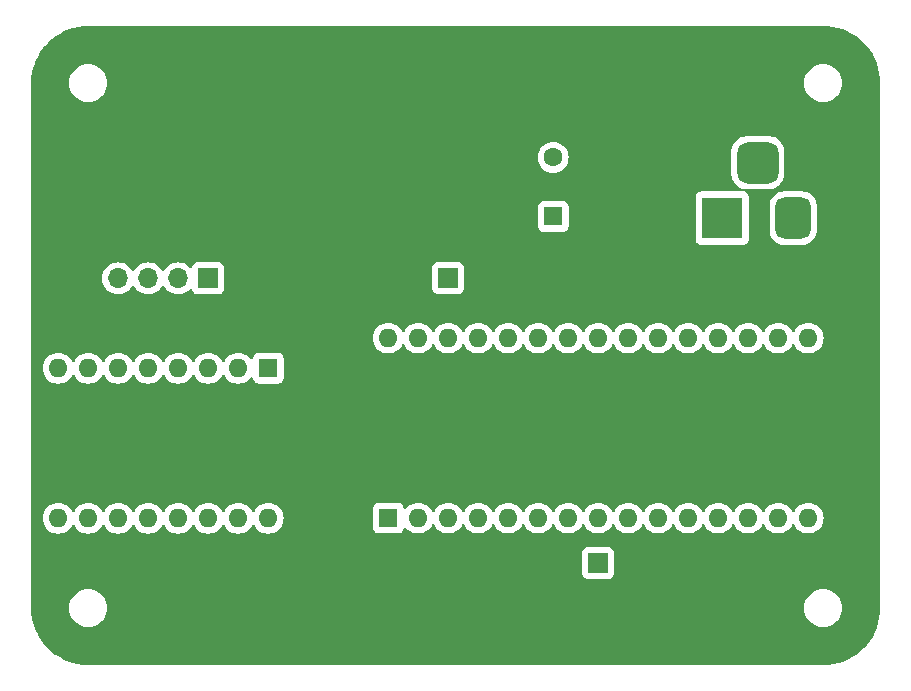
<source format=gbr>
%TF.GenerationSoftware,KiCad,Pcbnew,7.0.10*%
%TF.CreationDate,2024-01-30T03:11:26-09:00*%
%TF.ProjectId,CustomPCB,43757374-6f6d-4504-9342-2e6b69636164,rev?*%
%TF.SameCoordinates,Original*%
%TF.FileFunction,Copper,L2,Bot*%
%TF.FilePolarity,Positive*%
%FSLAX46Y46*%
G04 Gerber Fmt 4.6, Leading zero omitted, Abs format (unit mm)*
G04 Created by KiCad (PCBNEW 7.0.10) date 2024-01-30 03:11:26*
%MOMM*%
%LPD*%
G01*
G04 APERTURE LIST*
G04 Aperture macros list*
%AMRoundRect*
0 Rectangle with rounded corners*
0 $1 Rounding radius*
0 $2 $3 $4 $5 $6 $7 $8 $9 X,Y pos of 4 corners*
0 Add a 4 corners polygon primitive as box body*
4,1,4,$2,$3,$4,$5,$6,$7,$8,$9,$2,$3,0*
0 Add four circle primitives for the rounded corners*
1,1,$1+$1,$2,$3*
1,1,$1+$1,$4,$5*
1,1,$1+$1,$6,$7*
1,1,$1+$1,$8,$9*
0 Add four rect primitives between the rounded corners*
20,1,$1+$1,$2,$3,$4,$5,0*
20,1,$1+$1,$4,$5,$6,$7,0*
20,1,$1+$1,$6,$7,$8,$9,0*
20,1,$1+$1,$8,$9,$2,$3,0*%
G04 Aperture macros list end*
%TA.AperFunction,ComponentPad*%
%ADD10R,3.500000X3.500000*%
%TD*%
%TA.AperFunction,ComponentPad*%
%ADD11RoundRect,0.750000X0.750000X1.000000X-0.750000X1.000000X-0.750000X-1.000000X0.750000X-1.000000X0*%
%TD*%
%TA.AperFunction,ComponentPad*%
%ADD12RoundRect,0.875000X0.875000X0.875000X-0.875000X0.875000X-0.875000X-0.875000X0.875000X-0.875000X0*%
%TD*%
%TA.AperFunction,ComponentPad*%
%ADD13R,1.700000X1.700000*%
%TD*%
%TA.AperFunction,ComponentPad*%
%ADD14O,1.700000X1.700000*%
%TD*%
%TA.AperFunction,ComponentPad*%
%ADD15R,1.600000X1.600000*%
%TD*%
%TA.AperFunction,ComponentPad*%
%ADD16C,1.600000*%
%TD*%
%TA.AperFunction,ComponentPad*%
%ADD17O,1.600000X1.600000*%
%TD*%
G04 APERTURE END LIST*
D10*
%TO.P,J4,1*%
%TO.N,/5v Negative*%
X165450000Y-85300000D03*
D11*
%TO.P,J4,2*%
%TO.N,/5v Positive*%
X171450000Y-85300000D03*
D12*
%TO.P,J4,3*%
%TO.N,N/C*%
X168450000Y-80600000D03*
%TD*%
D13*
%TO.P,J3,1,Pin_1*%
%TO.N,/Logic Negative*%
X142240000Y-90380000D03*
%TD*%
%TO.P,J2,1,Pin_1*%
%TO.N,/Pin*%
X154940000Y-114510000D03*
%TD*%
%TO.P,J1,1,Pin_1*%
%TO.N,/Step Power*%
X121920000Y-90405000D03*
D14*
%TO.P,J1,2,Pin_2*%
X119380000Y-90405000D03*
%TO.P,J1,3,Pin_3*%
X116840000Y-90405000D03*
%TO.P,J1,4,Pin_4*%
X114300000Y-90405000D03*
%TD*%
D15*
%TO.P,C1,1*%
%TO.N,/5v Negative*%
X151130000Y-85162651D03*
D16*
%TO.P,C1,2*%
%TO.N,/5v Positive*%
X151130000Y-80162651D03*
%TD*%
D15*
%TO.P,A2,1,GND*%
%TO.N,/Logic Negative*%
X127000000Y-98010000D03*
D17*
%TO.P,A2,2,VDD*%
%TO.N,/Logic Positive*%
X124460000Y-98010000D03*
%TO.P,A2,3,1B*%
%TO.N,/Step Power*%
X121920000Y-98010000D03*
%TO.P,A2,4,1A*%
X119380000Y-98010000D03*
%TO.P,A2,5,2A*%
X116840000Y-98010000D03*
%TO.P,A2,6,2B*%
X114300000Y-98010000D03*
%TO.P,A2,7,GND*%
%TO.N,/5v Negative*%
X111760000Y-98010000D03*
%TO.P,A2,8,VMOT*%
%TO.N,/5v Positive*%
X109220000Y-98010000D03*
%TO.P,A2,9,~{ENABLE}*%
%TO.N,unconnected-(A2-~{ENABLE}-Pad9)*%
X109220000Y-110710000D03*
%TO.P,A2,10,MS1*%
%TO.N,unconnected-(A2-MS1-Pad10)*%
X111760000Y-110710000D03*
%TO.P,A2,11,MS2*%
%TO.N,unconnected-(A2-MS2-Pad11)*%
X114300000Y-110710000D03*
%TO.P,A2,12,MS3*%
%TO.N,unconnected-(A2-MS3-Pad12)*%
X116840000Y-110710000D03*
%TO.P,A2,13,~{RESET}*%
%TO.N,/Signal*%
X119380000Y-110710000D03*
%TO.P,A2,14,~{SLEEP}*%
X121920000Y-110710000D03*
%TO.P,A2,15,STEP*%
X124460000Y-110710000D03*
%TO.P,A2,16,DIR*%
X127000000Y-110710000D03*
%TD*%
D15*
%TO.P,A1,1,D1/TX*%
%TO.N,unconnected-(A1-D1{slash}TX-Pad1)*%
X137160000Y-110700000D03*
D17*
%TO.P,A1,2,D0/RX*%
%TO.N,unconnected-(A1-D0{slash}RX-Pad2)*%
X139700000Y-110700000D03*
%TO.P,A1,3,~{RESET}*%
%TO.N,unconnected-(A1-~{RESET}-Pad3)*%
X142240000Y-110700000D03*
%TO.P,A1,4,GND*%
%TO.N,unconnected-(A1-GND-Pad4)*%
X144780000Y-110700000D03*
%TO.P,A1,5,D2*%
%TO.N,unconnected-(A1-D2-Pad5)*%
X147320000Y-110700000D03*
%TO.P,A1,6,D3*%
%TO.N,/Signal*%
X149860000Y-110700000D03*
%TO.P,A1,7,D4*%
X152400000Y-110700000D03*
%TO.P,A1,8,D5*%
%TO.N,/Pin*%
X154940000Y-110700000D03*
%TO.P,A1,9,D6*%
%TO.N,/Signal*%
X157480000Y-110700000D03*
%TO.P,A1,10,D7*%
X160020000Y-110700000D03*
%TO.P,A1,11,D8*%
%TO.N,unconnected-(A1-D8-Pad11)*%
X162560000Y-110700000D03*
%TO.P,A1,12,D9*%
%TO.N,unconnected-(A1-D9-Pad12)*%
X165100000Y-110700000D03*
%TO.P,A1,13,D10*%
%TO.N,unconnected-(A1-D10-Pad13)*%
X167640000Y-110700000D03*
%TO.P,A1,14,D11*%
%TO.N,unconnected-(A1-D11-Pad14)*%
X170180000Y-110700000D03*
%TO.P,A1,15,D12*%
%TO.N,unconnected-(A1-D12-Pad15)*%
X172720000Y-110700000D03*
%TO.P,A1,16,D13*%
%TO.N,unconnected-(A1-D13-Pad16)*%
X172720000Y-95460000D03*
%TO.P,A1,17,3V3*%
%TO.N,unconnected-(A1-3V3-Pad17)*%
X170180000Y-95460000D03*
%TO.P,A1,18,AREF*%
%TO.N,unconnected-(A1-AREF-Pad18)*%
X167640000Y-95460000D03*
%TO.P,A1,19,A0*%
%TO.N,unconnected-(A1-A0-Pad19)*%
X165100000Y-95460000D03*
%TO.P,A1,20,A1*%
%TO.N,unconnected-(A1-A1-Pad20)*%
X162560000Y-95460000D03*
%TO.P,A1,21,A2*%
%TO.N,unconnected-(A1-A2-Pad21)*%
X160020000Y-95460000D03*
%TO.P,A1,22,A3*%
%TO.N,unconnected-(A1-A3-Pad22)*%
X157480000Y-95460000D03*
%TO.P,A1,23,A4*%
%TO.N,unconnected-(A1-A4-Pad23)*%
X154940000Y-95460000D03*
%TO.P,A1,24,A5*%
%TO.N,unconnected-(A1-A5-Pad24)*%
X152400000Y-95460000D03*
%TO.P,A1,25,A6*%
%TO.N,unconnected-(A1-A6-Pad25)*%
X149860000Y-95460000D03*
%TO.P,A1,26,A7*%
%TO.N,unconnected-(A1-A7-Pad26)*%
X147320000Y-95460000D03*
%TO.P,A1,27,+5V*%
%TO.N,/Logic Positive*%
X144780000Y-95460000D03*
%TO.P,A1,28,~{RESET}*%
%TO.N,unconnected-(A1-~{RESET}-Pad28)*%
X142240000Y-95460000D03*
%TO.P,A1,29,GND*%
%TO.N,/Logic Negative*%
X139700000Y-95460000D03*
%TO.P,A1,30,VIN*%
%TO.N,unconnected-(A1-VIN-Pad30)*%
X137160000Y-95460000D03*
%TD*%
%TA.AperFunction,NonConductor*%
G36*
X173992702Y-69040617D02*
G01*
X174405533Y-69058642D01*
X174416268Y-69059582D01*
X174823279Y-69113166D01*
X174833898Y-69115038D01*
X175234699Y-69203893D01*
X175245111Y-69206682D01*
X175636640Y-69330131D01*
X175646775Y-69333820D01*
X176026042Y-69490919D01*
X176035834Y-69495485D01*
X176399965Y-69685039D01*
X176409305Y-69690432D01*
X176733511Y-69896974D01*
X176755516Y-69910993D01*
X176764377Y-69917197D01*
X177090050Y-70167094D01*
X177098337Y-70174048D01*
X177400980Y-70451370D01*
X177408629Y-70459019D01*
X177685951Y-70761662D01*
X177692905Y-70769949D01*
X177942802Y-71095622D01*
X177949006Y-71104483D01*
X178169559Y-71450680D01*
X178174968Y-71460048D01*
X178364511Y-71824159D01*
X178369083Y-71833963D01*
X178526173Y-72213209D01*
X178529872Y-72223372D01*
X178639529Y-72571160D01*
X178653311Y-72614869D01*
X178656111Y-72625319D01*
X178744958Y-73026084D01*
X178746836Y-73036737D01*
X178800415Y-73443711D01*
X178801358Y-73454487D01*
X178819382Y-73867297D01*
X178819500Y-73872706D01*
X178819500Y-118317293D01*
X178819382Y-118322702D01*
X178801358Y-118735512D01*
X178800415Y-118746288D01*
X178746836Y-119153262D01*
X178744958Y-119163915D01*
X178656111Y-119564680D01*
X178653311Y-119575130D01*
X178529873Y-119966625D01*
X178526173Y-119976790D01*
X178369083Y-120356036D01*
X178364511Y-120365840D01*
X178174968Y-120729951D01*
X178169559Y-120739319D01*
X177949006Y-121085516D01*
X177942802Y-121094377D01*
X177692905Y-121420050D01*
X177685951Y-121428337D01*
X177408629Y-121730980D01*
X177400980Y-121738629D01*
X177098337Y-122015951D01*
X177090050Y-122022905D01*
X176764377Y-122272802D01*
X176755516Y-122279006D01*
X176409319Y-122499559D01*
X176399951Y-122504968D01*
X176035840Y-122694511D01*
X176026036Y-122699083D01*
X175646790Y-122856173D01*
X175636625Y-122859873D01*
X175245130Y-122983311D01*
X175234680Y-122986111D01*
X174833915Y-123074958D01*
X174823262Y-123076836D01*
X174416288Y-123130415D01*
X174405512Y-123131358D01*
X173992703Y-123149382D01*
X173987294Y-123149500D01*
X111762706Y-123149500D01*
X111757297Y-123149382D01*
X111344487Y-123131358D01*
X111333711Y-123130415D01*
X110926737Y-123076836D01*
X110916084Y-123074958D01*
X110878573Y-123066642D01*
X110515316Y-122986110D01*
X110504873Y-122983312D01*
X110113372Y-122859872D01*
X110103209Y-122856173D01*
X109723963Y-122699083D01*
X109714159Y-122694511D01*
X109592928Y-122631402D01*
X109350042Y-122504964D01*
X109340686Y-122499563D01*
X109167581Y-122389282D01*
X108994483Y-122279006D01*
X108985622Y-122272802D01*
X108659949Y-122022905D01*
X108651662Y-122015951D01*
X108349019Y-121738629D01*
X108341370Y-121730980D01*
X108064048Y-121428337D01*
X108057094Y-121420050D01*
X107807197Y-121094377D01*
X107800993Y-121085516D01*
X107778963Y-121050936D01*
X107580432Y-120739305D01*
X107575039Y-120729965D01*
X107385485Y-120365834D01*
X107380916Y-120356036D01*
X107223820Y-119976775D01*
X107220131Y-119966640D01*
X107096682Y-119575111D01*
X107093893Y-119564699D01*
X107005038Y-119163898D01*
X107003166Y-119153279D01*
X106949582Y-118746268D01*
X106948642Y-118735533D01*
X106930618Y-118322702D01*
X106930559Y-118320000D01*
X110154551Y-118320000D01*
X110174317Y-118571151D01*
X110233126Y-118816110D01*
X110329533Y-119048859D01*
X110461160Y-119263653D01*
X110461161Y-119263656D01*
X110461164Y-119263659D01*
X110624776Y-119455224D01*
X110759123Y-119569967D01*
X110816343Y-119618838D01*
X110816346Y-119618839D01*
X111031140Y-119750466D01*
X111263889Y-119846873D01*
X111508852Y-119905683D01*
X111697118Y-119920500D01*
X111697126Y-119920500D01*
X111822874Y-119920500D01*
X111822882Y-119920500D01*
X112011148Y-119905683D01*
X112256111Y-119846873D01*
X112488859Y-119750466D01*
X112703659Y-119618836D01*
X112895224Y-119455224D01*
X113058836Y-119263659D01*
X113190466Y-119048859D01*
X113286873Y-118816111D01*
X113345683Y-118571148D01*
X113365449Y-118320000D01*
X172384551Y-118320000D01*
X172404317Y-118571151D01*
X172463126Y-118816110D01*
X172559533Y-119048859D01*
X172691160Y-119263653D01*
X172691161Y-119263656D01*
X172691164Y-119263659D01*
X172854776Y-119455224D01*
X172989123Y-119569967D01*
X173046343Y-119618838D01*
X173046346Y-119618839D01*
X173261140Y-119750466D01*
X173493889Y-119846873D01*
X173738852Y-119905683D01*
X173927118Y-119920500D01*
X173927126Y-119920500D01*
X174052874Y-119920500D01*
X174052882Y-119920500D01*
X174241148Y-119905683D01*
X174486111Y-119846873D01*
X174718859Y-119750466D01*
X174933659Y-119618836D01*
X175125224Y-119455224D01*
X175288836Y-119263659D01*
X175420466Y-119048859D01*
X175516873Y-118816111D01*
X175575683Y-118571148D01*
X175595449Y-118320000D01*
X175575683Y-118068852D01*
X175516873Y-117823889D01*
X175420466Y-117591141D01*
X175420466Y-117591140D01*
X175288839Y-117376346D01*
X175288838Y-117376343D01*
X175251875Y-117333066D01*
X175125224Y-117184776D01*
X174998571Y-117076604D01*
X174933656Y-117021161D01*
X174933653Y-117021160D01*
X174718859Y-116889533D01*
X174486110Y-116793126D01*
X174241151Y-116734317D01*
X174052887Y-116719500D01*
X174052882Y-116719500D01*
X173927118Y-116719500D01*
X173927112Y-116719500D01*
X173738848Y-116734317D01*
X173493889Y-116793126D01*
X173261140Y-116889533D01*
X173046346Y-117021160D01*
X173046343Y-117021161D01*
X172854776Y-117184776D01*
X172691161Y-117376343D01*
X172691160Y-117376346D01*
X172559533Y-117591140D01*
X172463126Y-117823889D01*
X172404317Y-118068848D01*
X172384551Y-118320000D01*
X113365449Y-118320000D01*
X113345683Y-118068852D01*
X113286873Y-117823889D01*
X113190466Y-117591141D01*
X113190466Y-117591140D01*
X113058839Y-117376346D01*
X113058838Y-117376343D01*
X113021875Y-117333066D01*
X112895224Y-117184776D01*
X112768571Y-117076604D01*
X112703656Y-117021161D01*
X112703653Y-117021160D01*
X112488859Y-116889533D01*
X112256110Y-116793126D01*
X112011151Y-116734317D01*
X111822887Y-116719500D01*
X111822882Y-116719500D01*
X111697118Y-116719500D01*
X111697112Y-116719500D01*
X111508848Y-116734317D01*
X111263889Y-116793126D01*
X111031140Y-116889533D01*
X110816346Y-117021160D01*
X110816343Y-117021161D01*
X110624776Y-117184776D01*
X110461161Y-117376343D01*
X110461160Y-117376346D01*
X110329533Y-117591140D01*
X110233126Y-117823889D01*
X110174317Y-118068848D01*
X110154551Y-118320000D01*
X106930559Y-118320000D01*
X106930500Y-118317293D01*
X106930500Y-115407870D01*
X153589500Y-115407870D01*
X153589501Y-115407876D01*
X153595908Y-115467483D01*
X153646202Y-115602328D01*
X153646206Y-115602335D01*
X153732452Y-115717544D01*
X153732455Y-115717547D01*
X153847664Y-115803793D01*
X153847671Y-115803797D01*
X153982517Y-115854091D01*
X153982516Y-115854091D01*
X153989444Y-115854835D01*
X154042127Y-115860500D01*
X155837872Y-115860499D01*
X155897483Y-115854091D01*
X156032331Y-115803796D01*
X156147546Y-115717546D01*
X156233796Y-115602331D01*
X156284091Y-115467483D01*
X156290500Y-115407873D01*
X156290499Y-113612128D01*
X156284091Y-113552517D01*
X156233796Y-113417669D01*
X156233795Y-113417668D01*
X156233793Y-113417664D01*
X156147547Y-113302455D01*
X156147544Y-113302452D01*
X156032335Y-113216206D01*
X156032328Y-113216202D01*
X155897482Y-113165908D01*
X155897483Y-113165908D01*
X155837883Y-113159501D01*
X155837881Y-113159500D01*
X155837873Y-113159500D01*
X155837864Y-113159500D01*
X154042129Y-113159500D01*
X154042123Y-113159501D01*
X153982516Y-113165908D01*
X153847671Y-113216202D01*
X153847664Y-113216206D01*
X153732455Y-113302452D01*
X153732452Y-113302455D01*
X153646206Y-113417664D01*
X153646202Y-113417671D01*
X153595908Y-113552517D01*
X153589501Y-113612116D01*
X153589501Y-113612123D01*
X153589500Y-113612135D01*
X153589500Y-115407870D01*
X106930500Y-115407870D01*
X106930500Y-110710001D01*
X107914532Y-110710001D01*
X107934364Y-110936686D01*
X107934366Y-110936697D01*
X107993258Y-111156488D01*
X107993261Y-111156497D01*
X108089431Y-111362732D01*
X108089432Y-111362734D01*
X108219954Y-111549141D01*
X108380858Y-111710045D01*
X108380861Y-111710047D01*
X108567266Y-111840568D01*
X108773504Y-111936739D01*
X108993308Y-111995635D01*
X109155230Y-112009801D01*
X109219998Y-112015468D01*
X109220000Y-112015468D01*
X109220002Y-112015468D01*
X109276673Y-112010509D01*
X109446692Y-111995635D01*
X109666496Y-111936739D01*
X109872734Y-111840568D01*
X110059139Y-111710047D01*
X110220047Y-111549139D01*
X110350568Y-111362734D01*
X110377618Y-111304724D01*
X110423790Y-111252285D01*
X110490983Y-111233133D01*
X110557865Y-111253348D01*
X110602382Y-111304725D01*
X110629429Y-111362728D01*
X110629432Y-111362734D01*
X110759954Y-111549141D01*
X110920858Y-111710045D01*
X110920861Y-111710047D01*
X111107266Y-111840568D01*
X111313504Y-111936739D01*
X111533308Y-111995635D01*
X111695230Y-112009801D01*
X111759998Y-112015468D01*
X111760000Y-112015468D01*
X111760002Y-112015468D01*
X111816673Y-112010509D01*
X111986692Y-111995635D01*
X112206496Y-111936739D01*
X112412734Y-111840568D01*
X112599139Y-111710047D01*
X112760047Y-111549139D01*
X112890568Y-111362734D01*
X112917618Y-111304724D01*
X112963790Y-111252285D01*
X113030983Y-111233133D01*
X113097865Y-111253348D01*
X113142382Y-111304725D01*
X113169429Y-111362728D01*
X113169432Y-111362734D01*
X113299954Y-111549141D01*
X113460858Y-111710045D01*
X113460861Y-111710047D01*
X113647266Y-111840568D01*
X113853504Y-111936739D01*
X114073308Y-111995635D01*
X114235230Y-112009801D01*
X114299998Y-112015468D01*
X114300000Y-112015468D01*
X114300002Y-112015468D01*
X114356673Y-112010509D01*
X114526692Y-111995635D01*
X114746496Y-111936739D01*
X114952734Y-111840568D01*
X115139139Y-111710047D01*
X115300047Y-111549139D01*
X115430568Y-111362734D01*
X115457618Y-111304724D01*
X115503790Y-111252285D01*
X115570983Y-111233133D01*
X115637865Y-111253348D01*
X115682382Y-111304725D01*
X115709429Y-111362728D01*
X115709432Y-111362734D01*
X115839954Y-111549141D01*
X116000858Y-111710045D01*
X116000861Y-111710047D01*
X116187266Y-111840568D01*
X116393504Y-111936739D01*
X116613308Y-111995635D01*
X116775230Y-112009801D01*
X116839998Y-112015468D01*
X116840000Y-112015468D01*
X116840002Y-112015468D01*
X116896673Y-112010509D01*
X117066692Y-111995635D01*
X117286496Y-111936739D01*
X117492734Y-111840568D01*
X117679139Y-111710047D01*
X117840047Y-111549139D01*
X117970568Y-111362734D01*
X117997618Y-111304724D01*
X118043790Y-111252285D01*
X118110983Y-111233133D01*
X118177865Y-111253348D01*
X118222382Y-111304725D01*
X118249429Y-111362728D01*
X118249432Y-111362734D01*
X118379954Y-111549141D01*
X118540858Y-111710045D01*
X118540861Y-111710047D01*
X118727266Y-111840568D01*
X118933504Y-111936739D01*
X119153308Y-111995635D01*
X119315230Y-112009801D01*
X119379998Y-112015468D01*
X119380000Y-112015468D01*
X119380002Y-112015468D01*
X119436673Y-112010509D01*
X119606692Y-111995635D01*
X119826496Y-111936739D01*
X120032734Y-111840568D01*
X120219139Y-111710047D01*
X120380047Y-111549139D01*
X120510568Y-111362734D01*
X120537618Y-111304724D01*
X120583790Y-111252285D01*
X120650983Y-111233133D01*
X120717865Y-111253348D01*
X120762382Y-111304725D01*
X120789429Y-111362728D01*
X120789432Y-111362734D01*
X120919954Y-111549141D01*
X121080858Y-111710045D01*
X121080861Y-111710047D01*
X121267266Y-111840568D01*
X121473504Y-111936739D01*
X121693308Y-111995635D01*
X121855230Y-112009801D01*
X121919998Y-112015468D01*
X121920000Y-112015468D01*
X121920002Y-112015468D01*
X121976673Y-112010509D01*
X122146692Y-111995635D01*
X122366496Y-111936739D01*
X122572734Y-111840568D01*
X122759139Y-111710047D01*
X122920047Y-111549139D01*
X123050568Y-111362734D01*
X123077618Y-111304724D01*
X123123790Y-111252285D01*
X123190983Y-111233133D01*
X123257865Y-111253348D01*
X123302382Y-111304725D01*
X123329429Y-111362728D01*
X123329432Y-111362734D01*
X123459954Y-111549141D01*
X123620858Y-111710045D01*
X123620861Y-111710047D01*
X123807266Y-111840568D01*
X124013504Y-111936739D01*
X124233308Y-111995635D01*
X124395230Y-112009801D01*
X124459998Y-112015468D01*
X124460000Y-112015468D01*
X124460002Y-112015468D01*
X124516673Y-112010509D01*
X124686692Y-111995635D01*
X124906496Y-111936739D01*
X125112734Y-111840568D01*
X125299139Y-111710047D01*
X125460047Y-111549139D01*
X125590568Y-111362734D01*
X125617618Y-111304724D01*
X125663790Y-111252285D01*
X125730983Y-111233133D01*
X125797865Y-111253348D01*
X125842382Y-111304725D01*
X125869429Y-111362728D01*
X125869432Y-111362734D01*
X125999954Y-111549141D01*
X126160858Y-111710045D01*
X126160861Y-111710047D01*
X126347266Y-111840568D01*
X126553504Y-111936739D01*
X126773308Y-111995635D01*
X126935230Y-112009801D01*
X126999998Y-112015468D01*
X127000000Y-112015468D01*
X127000002Y-112015468D01*
X127056673Y-112010509D01*
X127226692Y-111995635D01*
X127446496Y-111936739D01*
X127652734Y-111840568D01*
X127839139Y-111710047D01*
X128000047Y-111549139D01*
X128000936Y-111547870D01*
X135859500Y-111547870D01*
X135859501Y-111547876D01*
X135865908Y-111607483D01*
X135916202Y-111742328D01*
X135916206Y-111742335D01*
X136002452Y-111857544D01*
X136002455Y-111857547D01*
X136117664Y-111943793D01*
X136117671Y-111943797D01*
X136252517Y-111994091D01*
X136252516Y-111994091D01*
X136259444Y-111994835D01*
X136312127Y-112000500D01*
X138007872Y-112000499D01*
X138067483Y-111994091D01*
X138202331Y-111943796D01*
X138317546Y-111857546D01*
X138403796Y-111742331D01*
X138454091Y-111607483D01*
X138457862Y-111572401D01*
X138484599Y-111507855D01*
X138541990Y-111468006D01*
X138611816Y-111465511D01*
X138671905Y-111501163D01*
X138682726Y-111514536D01*
X138699956Y-111539143D01*
X138860858Y-111700045D01*
X138860861Y-111700047D01*
X139047266Y-111830568D01*
X139253504Y-111926739D01*
X139473308Y-111985635D01*
X139635230Y-111999801D01*
X139699998Y-112005468D01*
X139700000Y-112005468D01*
X139700002Y-112005468D01*
X139756807Y-112000498D01*
X139926692Y-111985635D01*
X140146496Y-111926739D01*
X140352734Y-111830568D01*
X140539139Y-111700047D01*
X140700047Y-111539139D01*
X140830568Y-111352734D01*
X140857618Y-111294724D01*
X140903790Y-111242285D01*
X140970983Y-111223133D01*
X141037865Y-111243348D01*
X141082382Y-111294725D01*
X141109429Y-111352728D01*
X141109432Y-111352734D01*
X141239954Y-111539141D01*
X141400858Y-111700045D01*
X141400861Y-111700047D01*
X141587266Y-111830568D01*
X141793504Y-111926739D01*
X142013308Y-111985635D01*
X142175230Y-111999801D01*
X142239998Y-112005468D01*
X142240000Y-112005468D01*
X142240002Y-112005468D01*
X142296807Y-112000498D01*
X142466692Y-111985635D01*
X142686496Y-111926739D01*
X142892734Y-111830568D01*
X143079139Y-111700047D01*
X143240047Y-111539139D01*
X143370568Y-111352734D01*
X143397618Y-111294724D01*
X143443790Y-111242285D01*
X143510983Y-111223133D01*
X143577865Y-111243348D01*
X143622382Y-111294725D01*
X143649429Y-111352728D01*
X143649432Y-111352734D01*
X143779954Y-111539141D01*
X143940858Y-111700045D01*
X143940861Y-111700047D01*
X144127266Y-111830568D01*
X144333504Y-111926739D01*
X144553308Y-111985635D01*
X144715230Y-111999801D01*
X144779998Y-112005468D01*
X144780000Y-112005468D01*
X144780002Y-112005468D01*
X144836807Y-112000498D01*
X145006692Y-111985635D01*
X145226496Y-111926739D01*
X145432734Y-111830568D01*
X145619139Y-111700047D01*
X145780047Y-111539139D01*
X145910568Y-111352734D01*
X145937618Y-111294724D01*
X145983790Y-111242285D01*
X146050983Y-111223133D01*
X146117865Y-111243348D01*
X146162382Y-111294725D01*
X146189429Y-111352728D01*
X146189432Y-111352734D01*
X146319954Y-111539141D01*
X146480858Y-111700045D01*
X146480861Y-111700047D01*
X146667266Y-111830568D01*
X146873504Y-111926739D01*
X147093308Y-111985635D01*
X147255230Y-111999801D01*
X147319998Y-112005468D01*
X147320000Y-112005468D01*
X147320002Y-112005468D01*
X147376807Y-112000498D01*
X147546692Y-111985635D01*
X147766496Y-111926739D01*
X147972734Y-111830568D01*
X148159139Y-111700047D01*
X148320047Y-111539139D01*
X148450568Y-111352734D01*
X148477618Y-111294724D01*
X148523790Y-111242285D01*
X148590983Y-111223133D01*
X148657865Y-111243348D01*
X148702382Y-111294725D01*
X148729429Y-111352728D01*
X148729432Y-111352734D01*
X148859954Y-111539141D01*
X149020858Y-111700045D01*
X149020861Y-111700047D01*
X149207266Y-111830568D01*
X149413504Y-111926739D01*
X149633308Y-111985635D01*
X149795230Y-111999801D01*
X149859998Y-112005468D01*
X149860000Y-112005468D01*
X149860002Y-112005468D01*
X149916807Y-112000498D01*
X150086692Y-111985635D01*
X150306496Y-111926739D01*
X150512734Y-111830568D01*
X150699139Y-111700047D01*
X150860047Y-111539139D01*
X150990568Y-111352734D01*
X151017618Y-111294724D01*
X151063790Y-111242285D01*
X151130983Y-111223133D01*
X151197865Y-111243348D01*
X151242382Y-111294725D01*
X151269429Y-111352728D01*
X151269432Y-111352734D01*
X151399954Y-111539141D01*
X151560858Y-111700045D01*
X151560861Y-111700047D01*
X151747266Y-111830568D01*
X151953504Y-111926739D01*
X152173308Y-111985635D01*
X152335230Y-111999801D01*
X152399998Y-112005468D01*
X152400000Y-112005468D01*
X152400002Y-112005468D01*
X152456807Y-112000498D01*
X152626692Y-111985635D01*
X152846496Y-111926739D01*
X153052734Y-111830568D01*
X153239139Y-111700047D01*
X153400047Y-111539139D01*
X153530568Y-111352734D01*
X153557618Y-111294724D01*
X153603790Y-111242285D01*
X153670983Y-111223133D01*
X153737865Y-111243348D01*
X153782382Y-111294725D01*
X153809429Y-111352728D01*
X153809432Y-111352734D01*
X153939954Y-111539141D01*
X154100858Y-111700045D01*
X154100861Y-111700047D01*
X154287266Y-111830568D01*
X154493504Y-111926739D01*
X154713308Y-111985635D01*
X154875230Y-111999801D01*
X154939998Y-112005468D01*
X154940000Y-112005468D01*
X154940002Y-112005468D01*
X154996807Y-112000498D01*
X155166692Y-111985635D01*
X155386496Y-111926739D01*
X155592734Y-111830568D01*
X155779139Y-111700047D01*
X155940047Y-111539139D01*
X156070568Y-111352734D01*
X156097618Y-111294724D01*
X156143790Y-111242285D01*
X156210983Y-111223133D01*
X156277865Y-111243348D01*
X156322382Y-111294725D01*
X156349429Y-111352728D01*
X156349432Y-111352734D01*
X156479954Y-111539141D01*
X156640858Y-111700045D01*
X156640861Y-111700047D01*
X156827266Y-111830568D01*
X157033504Y-111926739D01*
X157253308Y-111985635D01*
X157415230Y-111999801D01*
X157479998Y-112005468D01*
X157480000Y-112005468D01*
X157480002Y-112005468D01*
X157536807Y-112000498D01*
X157706692Y-111985635D01*
X157926496Y-111926739D01*
X158132734Y-111830568D01*
X158319139Y-111700047D01*
X158480047Y-111539139D01*
X158610568Y-111352734D01*
X158637618Y-111294724D01*
X158683790Y-111242285D01*
X158750983Y-111223133D01*
X158817865Y-111243348D01*
X158862382Y-111294725D01*
X158889429Y-111352728D01*
X158889432Y-111352734D01*
X159019954Y-111539141D01*
X159180858Y-111700045D01*
X159180861Y-111700047D01*
X159367266Y-111830568D01*
X159573504Y-111926739D01*
X159793308Y-111985635D01*
X159955230Y-111999801D01*
X160019998Y-112005468D01*
X160020000Y-112005468D01*
X160020002Y-112005468D01*
X160076807Y-112000498D01*
X160246692Y-111985635D01*
X160466496Y-111926739D01*
X160672734Y-111830568D01*
X160859139Y-111700047D01*
X161020047Y-111539139D01*
X161150568Y-111352734D01*
X161177618Y-111294724D01*
X161223790Y-111242285D01*
X161290983Y-111223133D01*
X161357865Y-111243348D01*
X161402382Y-111294725D01*
X161429429Y-111352728D01*
X161429432Y-111352734D01*
X161559954Y-111539141D01*
X161720858Y-111700045D01*
X161720861Y-111700047D01*
X161907266Y-111830568D01*
X162113504Y-111926739D01*
X162333308Y-111985635D01*
X162495230Y-111999801D01*
X162559998Y-112005468D01*
X162560000Y-112005468D01*
X162560002Y-112005468D01*
X162616807Y-112000498D01*
X162786692Y-111985635D01*
X163006496Y-111926739D01*
X163212734Y-111830568D01*
X163399139Y-111700047D01*
X163560047Y-111539139D01*
X163690568Y-111352734D01*
X163717618Y-111294724D01*
X163763790Y-111242285D01*
X163830983Y-111223133D01*
X163897865Y-111243348D01*
X163942382Y-111294725D01*
X163969429Y-111352728D01*
X163969432Y-111352734D01*
X164099954Y-111539141D01*
X164260858Y-111700045D01*
X164260861Y-111700047D01*
X164447266Y-111830568D01*
X164653504Y-111926739D01*
X164873308Y-111985635D01*
X165035230Y-111999801D01*
X165099998Y-112005468D01*
X165100000Y-112005468D01*
X165100002Y-112005468D01*
X165156807Y-112000498D01*
X165326692Y-111985635D01*
X165546496Y-111926739D01*
X165752734Y-111830568D01*
X165939139Y-111700047D01*
X166100047Y-111539139D01*
X166230568Y-111352734D01*
X166257618Y-111294724D01*
X166303790Y-111242285D01*
X166370983Y-111223133D01*
X166437865Y-111243348D01*
X166482382Y-111294725D01*
X166509429Y-111352728D01*
X166509432Y-111352734D01*
X166639954Y-111539141D01*
X166800858Y-111700045D01*
X166800861Y-111700047D01*
X166987266Y-111830568D01*
X167193504Y-111926739D01*
X167413308Y-111985635D01*
X167575230Y-111999801D01*
X167639998Y-112005468D01*
X167640000Y-112005468D01*
X167640002Y-112005468D01*
X167696807Y-112000498D01*
X167866692Y-111985635D01*
X168086496Y-111926739D01*
X168292734Y-111830568D01*
X168479139Y-111700047D01*
X168640047Y-111539139D01*
X168770568Y-111352734D01*
X168797618Y-111294724D01*
X168843790Y-111242285D01*
X168910983Y-111223133D01*
X168977865Y-111243348D01*
X169022382Y-111294725D01*
X169049429Y-111352728D01*
X169049432Y-111352734D01*
X169179954Y-111539141D01*
X169340858Y-111700045D01*
X169340861Y-111700047D01*
X169527266Y-111830568D01*
X169733504Y-111926739D01*
X169953308Y-111985635D01*
X170115230Y-111999801D01*
X170179998Y-112005468D01*
X170180000Y-112005468D01*
X170180002Y-112005468D01*
X170236807Y-112000498D01*
X170406692Y-111985635D01*
X170626496Y-111926739D01*
X170832734Y-111830568D01*
X171019139Y-111700047D01*
X171180047Y-111539139D01*
X171310568Y-111352734D01*
X171337618Y-111294724D01*
X171383790Y-111242285D01*
X171450983Y-111223133D01*
X171517865Y-111243348D01*
X171562382Y-111294725D01*
X171589429Y-111352728D01*
X171589432Y-111352734D01*
X171719954Y-111539141D01*
X171880858Y-111700045D01*
X171880861Y-111700047D01*
X172067266Y-111830568D01*
X172273504Y-111926739D01*
X172493308Y-111985635D01*
X172655230Y-111999801D01*
X172719998Y-112005468D01*
X172720000Y-112005468D01*
X172720002Y-112005468D01*
X172776807Y-112000498D01*
X172946692Y-111985635D01*
X173166496Y-111926739D01*
X173372734Y-111830568D01*
X173559139Y-111700047D01*
X173720047Y-111539139D01*
X173850568Y-111352734D01*
X173946739Y-111146496D01*
X174005635Y-110926692D01*
X174025468Y-110700000D01*
X174005635Y-110473308D01*
X173949420Y-110263511D01*
X173946741Y-110253511D01*
X173946738Y-110253502D01*
X173877618Y-110105275D01*
X173850568Y-110047266D01*
X173720047Y-109860861D01*
X173720045Y-109860858D01*
X173559141Y-109699954D01*
X173372734Y-109569432D01*
X173372732Y-109569431D01*
X173166497Y-109473261D01*
X173166488Y-109473258D01*
X172946697Y-109414366D01*
X172946693Y-109414365D01*
X172946692Y-109414365D01*
X172946691Y-109414364D01*
X172946686Y-109414364D01*
X172720002Y-109394532D01*
X172719998Y-109394532D01*
X172493313Y-109414364D01*
X172493302Y-109414366D01*
X172273511Y-109473258D01*
X172273502Y-109473261D01*
X172067267Y-109569431D01*
X172067265Y-109569432D01*
X171880858Y-109699954D01*
X171719954Y-109860858D01*
X171589432Y-110047265D01*
X171589431Y-110047267D01*
X171562382Y-110105275D01*
X171516209Y-110157714D01*
X171449016Y-110176866D01*
X171382135Y-110156650D01*
X171337618Y-110105275D01*
X171310568Y-110047266D01*
X171180047Y-109860861D01*
X171180045Y-109860858D01*
X171019141Y-109699954D01*
X170832734Y-109569432D01*
X170832732Y-109569431D01*
X170626497Y-109473261D01*
X170626488Y-109473258D01*
X170406697Y-109414366D01*
X170406693Y-109414365D01*
X170406692Y-109414365D01*
X170406691Y-109414364D01*
X170406686Y-109414364D01*
X170180002Y-109394532D01*
X170179998Y-109394532D01*
X169953313Y-109414364D01*
X169953302Y-109414366D01*
X169733511Y-109473258D01*
X169733502Y-109473261D01*
X169527267Y-109569431D01*
X169527265Y-109569432D01*
X169340858Y-109699954D01*
X169179954Y-109860858D01*
X169049432Y-110047265D01*
X169049431Y-110047267D01*
X169022382Y-110105275D01*
X168976209Y-110157714D01*
X168909016Y-110176866D01*
X168842135Y-110156650D01*
X168797618Y-110105275D01*
X168770568Y-110047266D01*
X168640047Y-109860861D01*
X168640045Y-109860858D01*
X168479141Y-109699954D01*
X168292734Y-109569432D01*
X168292732Y-109569431D01*
X168086497Y-109473261D01*
X168086488Y-109473258D01*
X167866697Y-109414366D01*
X167866693Y-109414365D01*
X167866692Y-109414365D01*
X167866691Y-109414364D01*
X167866686Y-109414364D01*
X167640002Y-109394532D01*
X167639998Y-109394532D01*
X167413313Y-109414364D01*
X167413302Y-109414366D01*
X167193511Y-109473258D01*
X167193502Y-109473261D01*
X166987267Y-109569431D01*
X166987265Y-109569432D01*
X166800858Y-109699954D01*
X166639954Y-109860858D01*
X166509432Y-110047265D01*
X166509431Y-110047267D01*
X166482382Y-110105275D01*
X166436209Y-110157714D01*
X166369016Y-110176866D01*
X166302135Y-110156650D01*
X166257618Y-110105275D01*
X166230568Y-110047266D01*
X166100047Y-109860861D01*
X166100045Y-109860858D01*
X165939141Y-109699954D01*
X165752734Y-109569432D01*
X165752732Y-109569431D01*
X165546497Y-109473261D01*
X165546488Y-109473258D01*
X165326697Y-109414366D01*
X165326693Y-109414365D01*
X165326692Y-109414365D01*
X165326691Y-109414364D01*
X165326686Y-109414364D01*
X165100002Y-109394532D01*
X165099998Y-109394532D01*
X164873313Y-109414364D01*
X164873302Y-109414366D01*
X164653511Y-109473258D01*
X164653502Y-109473261D01*
X164447267Y-109569431D01*
X164447265Y-109569432D01*
X164260858Y-109699954D01*
X164099954Y-109860858D01*
X163969432Y-110047265D01*
X163969431Y-110047267D01*
X163942382Y-110105275D01*
X163896209Y-110157714D01*
X163829016Y-110176866D01*
X163762135Y-110156650D01*
X163717618Y-110105275D01*
X163690568Y-110047266D01*
X163560047Y-109860861D01*
X163560045Y-109860858D01*
X163399141Y-109699954D01*
X163212734Y-109569432D01*
X163212732Y-109569431D01*
X163006497Y-109473261D01*
X163006488Y-109473258D01*
X162786697Y-109414366D01*
X162786693Y-109414365D01*
X162786692Y-109414365D01*
X162786691Y-109414364D01*
X162786686Y-109414364D01*
X162560002Y-109394532D01*
X162559998Y-109394532D01*
X162333313Y-109414364D01*
X162333302Y-109414366D01*
X162113511Y-109473258D01*
X162113502Y-109473261D01*
X161907267Y-109569431D01*
X161907265Y-109569432D01*
X161720858Y-109699954D01*
X161559954Y-109860858D01*
X161429432Y-110047265D01*
X161429431Y-110047267D01*
X161402382Y-110105275D01*
X161356209Y-110157714D01*
X161289016Y-110176866D01*
X161222135Y-110156650D01*
X161177618Y-110105275D01*
X161150568Y-110047266D01*
X161020047Y-109860861D01*
X161020045Y-109860858D01*
X160859141Y-109699954D01*
X160672734Y-109569432D01*
X160672732Y-109569431D01*
X160466497Y-109473261D01*
X160466488Y-109473258D01*
X160246697Y-109414366D01*
X160246693Y-109414365D01*
X160246692Y-109414365D01*
X160246691Y-109414364D01*
X160246686Y-109414364D01*
X160020002Y-109394532D01*
X160019998Y-109394532D01*
X159793313Y-109414364D01*
X159793302Y-109414366D01*
X159573511Y-109473258D01*
X159573502Y-109473261D01*
X159367267Y-109569431D01*
X159367265Y-109569432D01*
X159180858Y-109699954D01*
X159019954Y-109860858D01*
X158889432Y-110047265D01*
X158889431Y-110047267D01*
X158862382Y-110105275D01*
X158816209Y-110157714D01*
X158749016Y-110176866D01*
X158682135Y-110156650D01*
X158637618Y-110105275D01*
X158610568Y-110047266D01*
X158480047Y-109860861D01*
X158480045Y-109860858D01*
X158319141Y-109699954D01*
X158132734Y-109569432D01*
X158132732Y-109569431D01*
X157926497Y-109473261D01*
X157926488Y-109473258D01*
X157706697Y-109414366D01*
X157706693Y-109414365D01*
X157706692Y-109414365D01*
X157706691Y-109414364D01*
X157706686Y-109414364D01*
X157480002Y-109394532D01*
X157479998Y-109394532D01*
X157253313Y-109414364D01*
X157253302Y-109414366D01*
X157033511Y-109473258D01*
X157033502Y-109473261D01*
X156827267Y-109569431D01*
X156827265Y-109569432D01*
X156640858Y-109699954D01*
X156479954Y-109860858D01*
X156349432Y-110047265D01*
X156349431Y-110047267D01*
X156322382Y-110105275D01*
X156276209Y-110157714D01*
X156209016Y-110176866D01*
X156142135Y-110156650D01*
X156097618Y-110105275D01*
X156070568Y-110047266D01*
X155940047Y-109860861D01*
X155940045Y-109860858D01*
X155779141Y-109699954D01*
X155592734Y-109569432D01*
X155592732Y-109569431D01*
X155386497Y-109473261D01*
X155386488Y-109473258D01*
X155166697Y-109414366D01*
X155166693Y-109414365D01*
X155166692Y-109414365D01*
X155166691Y-109414364D01*
X155166686Y-109414364D01*
X154940002Y-109394532D01*
X154939998Y-109394532D01*
X154713313Y-109414364D01*
X154713302Y-109414366D01*
X154493511Y-109473258D01*
X154493502Y-109473261D01*
X154287267Y-109569431D01*
X154287265Y-109569432D01*
X154100858Y-109699954D01*
X153939954Y-109860858D01*
X153809432Y-110047265D01*
X153809431Y-110047267D01*
X153782382Y-110105275D01*
X153736209Y-110157714D01*
X153669016Y-110176866D01*
X153602135Y-110156650D01*
X153557618Y-110105275D01*
X153530568Y-110047266D01*
X153400047Y-109860861D01*
X153400045Y-109860858D01*
X153239141Y-109699954D01*
X153052734Y-109569432D01*
X153052732Y-109569431D01*
X152846497Y-109473261D01*
X152846488Y-109473258D01*
X152626697Y-109414366D01*
X152626693Y-109414365D01*
X152626692Y-109414365D01*
X152626691Y-109414364D01*
X152626686Y-109414364D01*
X152400002Y-109394532D01*
X152399998Y-109394532D01*
X152173313Y-109414364D01*
X152173302Y-109414366D01*
X151953511Y-109473258D01*
X151953502Y-109473261D01*
X151747267Y-109569431D01*
X151747265Y-109569432D01*
X151560858Y-109699954D01*
X151399954Y-109860858D01*
X151269432Y-110047265D01*
X151269431Y-110047267D01*
X151242382Y-110105275D01*
X151196209Y-110157714D01*
X151129016Y-110176866D01*
X151062135Y-110156650D01*
X151017618Y-110105275D01*
X150990568Y-110047266D01*
X150860047Y-109860861D01*
X150860045Y-109860858D01*
X150699141Y-109699954D01*
X150512734Y-109569432D01*
X150512732Y-109569431D01*
X150306497Y-109473261D01*
X150306488Y-109473258D01*
X150086697Y-109414366D01*
X150086693Y-109414365D01*
X150086692Y-109414365D01*
X150086691Y-109414364D01*
X150086686Y-109414364D01*
X149860002Y-109394532D01*
X149859998Y-109394532D01*
X149633313Y-109414364D01*
X149633302Y-109414366D01*
X149413511Y-109473258D01*
X149413502Y-109473261D01*
X149207267Y-109569431D01*
X149207265Y-109569432D01*
X149020858Y-109699954D01*
X148859954Y-109860858D01*
X148729432Y-110047265D01*
X148729431Y-110047267D01*
X148702382Y-110105275D01*
X148656209Y-110157714D01*
X148589016Y-110176866D01*
X148522135Y-110156650D01*
X148477618Y-110105275D01*
X148450568Y-110047266D01*
X148320047Y-109860861D01*
X148320045Y-109860858D01*
X148159141Y-109699954D01*
X147972734Y-109569432D01*
X147972732Y-109569431D01*
X147766497Y-109473261D01*
X147766488Y-109473258D01*
X147546697Y-109414366D01*
X147546693Y-109414365D01*
X147546692Y-109414365D01*
X147546691Y-109414364D01*
X147546686Y-109414364D01*
X147320002Y-109394532D01*
X147319998Y-109394532D01*
X147093313Y-109414364D01*
X147093302Y-109414366D01*
X146873511Y-109473258D01*
X146873502Y-109473261D01*
X146667267Y-109569431D01*
X146667265Y-109569432D01*
X146480858Y-109699954D01*
X146319954Y-109860858D01*
X146189432Y-110047265D01*
X146189431Y-110047267D01*
X146162382Y-110105275D01*
X146116209Y-110157714D01*
X146049016Y-110176866D01*
X145982135Y-110156650D01*
X145937618Y-110105275D01*
X145910568Y-110047266D01*
X145780047Y-109860861D01*
X145780045Y-109860858D01*
X145619141Y-109699954D01*
X145432734Y-109569432D01*
X145432732Y-109569431D01*
X145226497Y-109473261D01*
X145226488Y-109473258D01*
X145006697Y-109414366D01*
X145006693Y-109414365D01*
X145006692Y-109414365D01*
X145006691Y-109414364D01*
X145006686Y-109414364D01*
X144780002Y-109394532D01*
X144779998Y-109394532D01*
X144553313Y-109414364D01*
X144553302Y-109414366D01*
X144333511Y-109473258D01*
X144333502Y-109473261D01*
X144127267Y-109569431D01*
X144127265Y-109569432D01*
X143940858Y-109699954D01*
X143779954Y-109860858D01*
X143649432Y-110047265D01*
X143649431Y-110047267D01*
X143622382Y-110105275D01*
X143576209Y-110157714D01*
X143509016Y-110176866D01*
X143442135Y-110156650D01*
X143397618Y-110105275D01*
X143370568Y-110047266D01*
X143240047Y-109860861D01*
X143240045Y-109860858D01*
X143079141Y-109699954D01*
X142892734Y-109569432D01*
X142892732Y-109569431D01*
X142686497Y-109473261D01*
X142686488Y-109473258D01*
X142466697Y-109414366D01*
X142466693Y-109414365D01*
X142466692Y-109414365D01*
X142466691Y-109414364D01*
X142466686Y-109414364D01*
X142240002Y-109394532D01*
X142239998Y-109394532D01*
X142013313Y-109414364D01*
X142013302Y-109414366D01*
X141793511Y-109473258D01*
X141793502Y-109473261D01*
X141587267Y-109569431D01*
X141587265Y-109569432D01*
X141400858Y-109699954D01*
X141239954Y-109860858D01*
X141109432Y-110047265D01*
X141109431Y-110047267D01*
X141082382Y-110105275D01*
X141036209Y-110157714D01*
X140969016Y-110176866D01*
X140902135Y-110156650D01*
X140857618Y-110105275D01*
X140830568Y-110047266D01*
X140700047Y-109860861D01*
X140700045Y-109860858D01*
X140539141Y-109699954D01*
X140352734Y-109569432D01*
X140352732Y-109569431D01*
X140146497Y-109473261D01*
X140146488Y-109473258D01*
X139926697Y-109414366D01*
X139926693Y-109414365D01*
X139926692Y-109414365D01*
X139926691Y-109414364D01*
X139926686Y-109414364D01*
X139700002Y-109394532D01*
X139699998Y-109394532D01*
X139473313Y-109414364D01*
X139473302Y-109414366D01*
X139253511Y-109473258D01*
X139253502Y-109473261D01*
X139047267Y-109569431D01*
X139047265Y-109569432D01*
X138860858Y-109699954D01*
X138699954Y-109860858D01*
X138682725Y-109885464D01*
X138628147Y-109929088D01*
X138558648Y-109936280D01*
X138496294Y-109904757D01*
X138460882Y-109844526D01*
X138457861Y-109827591D01*
X138454091Y-109792516D01*
X138403797Y-109657671D01*
X138403793Y-109657664D01*
X138317547Y-109542455D01*
X138317544Y-109542452D01*
X138202335Y-109456206D01*
X138202328Y-109456202D01*
X138067482Y-109405908D01*
X138067483Y-109405908D01*
X138007883Y-109399501D01*
X138007881Y-109399500D01*
X138007873Y-109399500D01*
X138007864Y-109399500D01*
X136312129Y-109399500D01*
X136312123Y-109399501D01*
X136252516Y-109405908D01*
X136117671Y-109456202D01*
X136117664Y-109456206D01*
X136002455Y-109542452D01*
X136002452Y-109542455D01*
X135916206Y-109657664D01*
X135916202Y-109657671D01*
X135865908Y-109792517D01*
X135859501Y-109852116D01*
X135859500Y-109852135D01*
X135859500Y-111547870D01*
X128000936Y-111547870D01*
X128130568Y-111362734D01*
X128226739Y-111156496D01*
X128285635Y-110936692D01*
X128305468Y-110710000D01*
X128285635Y-110483308D01*
X128226739Y-110263504D01*
X128130568Y-110057266D01*
X128000047Y-109870861D01*
X128000045Y-109870858D01*
X127839141Y-109709954D01*
X127652734Y-109579432D01*
X127652732Y-109579431D01*
X127446497Y-109483261D01*
X127446488Y-109483258D01*
X127226697Y-109424366D01*
X127226693Y-109424365D01*
X127226692Y-109424365D01*
X127226691Y-109424364D01*
X127226686Y-109424364D01*
X127000002Y-109404532D01*
X126999998Y-109404532D01*
X126773313Y-109424364D01*
X126773302Y-109424366D01*
X126553511Y-109483258D01*
X126553502Y-109483261D01*
X126347267Y-109579431D01*
X126347265Y-109579432D01*
X126160858Y-109709954D01*
X125999954Y-109870858D01*
X125869432Y-110057265D01*
X125869431Y-110057267D01*
X125842382Y-110115275D01*
X125796209Y-110167714D01*
X125729016Y-110186866D01*
X125662135Y-110166650D01*
X125617618Y-110115275D01*
X125590568Y-110057267D01*
X125590567Y-110057265D01*
X125583566Y-110047267D01*
X125460047Y-109870861D01*
X125460045Y-109870858D01*
X125299141Y-109709954D01*
X125112734Y-109579432D01*
X125112732Y-109579431D01*
X124906497Y-109483261D01*
X124906488Y-109483258D01*
X124686697Y-109424366D01*
X124686693Y-109424365D01*
X124686692Y-109424365D01*
X124686691Y-109424364D01*
X124686686Y-109424364D01*
X124460002Y-109404532D01*
X124459998Y-109404532D01*
X124233313Y-109424364D01*
X124233302Y-109424366D01*
X124013511Y-109483258D01*
X124013502Y-109483261D01*
X123807267Y-109579431D01*
X123807265Y-109579432D01*
X123620858Y-109709954D01*
X123459954Y-109870858D01*
X123329432Y-110057265D01*
X123329431Y-110057267D01*
X123302382Y-110115275D01*
X123256209Y-110167714D01*
X123189016Y-110186866D01*
X123122135Y-110166650D01*
X123077618Y-110115275D01*
X123050568Y-110057267D01*
X123050567Y-110057265D01*
X123043566Y-110047267D01*
X122920047Y-109870861D01*
X122920045Y-109870858D01*
X122759141Y-109709954D01*
X122572734Y-109579432D01*
X122572732Y-109579431D01*
X122366497Y-109483261D01*
X122366488Y-109483258D01*
X122146697Y-109424366D01*
X122146693Y-109424365D01*
X122146692Y-109424365D01*
X122146691Y-109424364D01*
X122146686Y-109424364D01*
X121920002Y-109404532D01*
X121919998Y-109404532D01*
X121693313Y-109424364D01*
X121693302Y-109424366D01*
X121473511Y-109483258D01*
X121473502Y-109483261D01*
X121267267Y-109579431D01*
X121267265Y-109579432D01*
X121080858Y-109709954D01*
X120919954Y-109870858D01*
X120789432Y-110057265D01*
X120789431Y-110057267D01*
X120762382Y-110115275D01*
X120716209Y-110167714D01*
X120649016Y-110186866D01*
X120582135Y-110166650D01*
X120537618Y-110115275D01*
X120510568Y-110057267D01*
X120510567Y-110057265D01*
X120503566Y-110047267D01*
X120380047Y-109870861D01*
X120380045Y-109870858D01*
X120219141Y-109709954D01*
X120032734Y-109579432D01*
X120032732Y-109579431D01*
X119826497Y-109483261D01*
X119826488Y-109483258D01*
X119606697Y-109424366D01*
X119606693Y-109424365D01*
X119606692Y-109424365D01*
X119606691Y-109424364D01*
X119606686Y-109424364D01*
X119380002Y-109404532D01*
X119379998Y-109404532D01*
X119153313Y-109424364D01*
X119153302Y-109424366D01*
X118933511Y-109483258D01*
X118933502Y-109483261D01*
X118727267Y-109579431D01*
X118727265Y-109579432D01*
X118540858Y-109709954D01*
X118379954Y-109870858D01*
X118249432Y-110057265D01*
X118249431Y-110057267D01*
X118222382Y-110115275D01*
X118176209Y-110167714D01*
X118109016Y-110186866D01*
X118042135Y-110166650D01*
X117997618Y-110115275D01*
X117970568Y-110057267D01*
X117970567Y-110057265D01*
X117963566Y-110047267D01*
X117840047Y-109870861D01*
X117840045Y-109870858D01*
X117679141Y-109709954D01*
X117492734Y-109579432D01*
X117492732Y-109579431D01*
X117286497Y-109483261D01*
X117286488Y-109483258D01*
X117066697Y-109424366D01*
X117066693Y-109424365D01*
X117066692Y-109424365D01*
X117066691Y-109424364D01*
X117066686Y-109424364D01*
X116840002Y-109404532D01*
X116839998Y-109404532D01*
X116613313Y-109424364D01*
X116613302Y-109424366D01*
X116393511Y-109483258D01*
X116393502Y-109483261D01*
X116187267Y-109579431D01*
X116187265Y-109579432D01*
X116000858Y-109709954D01*
X115839954Y-109870858D01*
X115709432Y-110057265D01*
X115709431Y-110057267D01*
X115682382Y-110115275D01*
X115636209Y-110167714D01*
X115569016Y-110186866D01*
X115502135Y-110166650D01*
X115457618Y-110115275D01*
X115430568Y-110057267D01*
X115430567Y-110057265D01*
X115423566Y-110047267D01*
X115300047Y-109870861D01*
X115300045Y-109870858D01*
X115139141Y-109709954D01*
X114952734Y-109579432D01*
X114952732Y-109579431D01*
X114746497Y-109483261D01*
X114746488Y-109483258D01*
X114526697Y-109424366D01*
X114526693Y-109424365D01*
X114526692Y-109424365D01*
X114526691Y-109424364D01*
X114526686Y-109424364D01*
X114300002Y-109404532D01*
X114299998Y-109404532D01*
X114073313Y-109424364D01*
X114073302Y-109424366D01*
X113853511Y-109483258D01*
X113853502Y-109483261D01*
X113647267Y-109579431D01*
X113647265Y-109579432D01*
X113460858Y-109709954D01*
X113299954Y-109870858D01*
X113169432Y-110057265D01*
X113169431Y-110057267D01*
X113142382Y-110115275D01*
X113096209Y-110167714D01*
X113029016Y-110186866D01*
X112962135Y-110166650D01*
X112917618Y-110115275D01*
X112890568Y-110057267D01*
X112890567Y-110057265D01*
X112883566Y-110047267D01*
X112760047Y-109870861D01*
X112760045Y-109870858D01*
X112599141Y-109709954D01*
X112412734Y-109579432D01*
X112412732Y-109579431D01*
X112206497Y-109483261D01*
X112206488Y-109483258D01*
X111986697Y-109424366D01*
X111986693Y-109424365D01*
X111986692Y-109424365D01*
X111986691Y-109424364D01*
X111986686Y-109424364D01*
X111760002Y-109404532D01*
X111759998Y-109404532D01*
X111533313Y-109424364D01*
X111533302Y-109424366D01*
X111313511Y-109483258D01*
X111313502Y-109483261D01*
X111107267Y-109579431D01*
X111107265Y-109579432D01*
X110920858Y-109709954D01*
X110759954Y-109870858D01*
X110629432Y-110057265D01*
X110629431Y-110057267D01*
X110602382Y-110115275D01*
X110556209Y-110167714D01*
X110489016Y-110186866D01*
X110422135Y-110166650D01*
X110377618Y-110115275D01*
X110350568Y-110057267D01*
X110350567Y-110057265D01*
X110343566Y-110047267D01*
X110220047Y-109870861D01*
X110220045Y-109870858D01*
X110059141Y-109709954D01*
X109872734Y-109579432D01*
X109872732Y-109579431D01*
X109666497Y-109483261D01*
X109666488Y-109483258D01*
X109446697Y-109424366D01*
X109446693Y-109424365D01*
X109446692Y-109424365D01*
X109446691Y-109424364D01*
X109446686Y-109424364D01*
X109220002Y-109404532D01*
X109219998Y-109404532D01*
X108993313Y-109424364D01*
X108993302Y-109424366D01*
X108773511Y-109483258D01*
X108773502Y-109483261D01*
X108567267Y-109579431D01*
X108567265Y-109579432D01*
X108380858Y-109709954D01*
X108219954Y-109870858D01*
X108089432Y-110057265D01*
X108089431Y-110057267D01*
X107993261Y-110263502D01*
X107993258Y-110263511D01*
X107934366Y-110483302D01*
X107934364Y-110483313D01*
X107914532Y-110709998D01*
X107914532Y-110710001D01*
X106930500Y-110710001D01*
X106930500Y-98010001D01*
X107914532Y-98010001D01*
X107934364Y-98236686D01*
X107934366Y-98236697D01*
X107993258Y-98456488D01*
X107993261Y-98456497D01*
X108089431Y-98662732D01*
X108089432Y-98662734D01*
X108219954Y-98849141D01*
X108380858Y-99010045D01*
X108380861Y-99010047D01*
X108567266Y-99140568D01*
X108773504Y-99236739D01*
X108993308Y-99295635D01*
X109155230Y-99309801D01*
X109219998Y-99315468D01*
X109220000Y-99315468D01*
X109220002Y-99315468D01*
X109276807Y-99310498D01*
X109446692Y-99295635D01*
X109666496Y-99236739D01*
X109872734Y-99140568D01*
X110059139Y-99010047D01*
X110220047Y-98849139D01*
X110350568Y-98662734D01*
X110377618Y-98604724D01*
X110423790Y-98552285D01*
X110490983Y-98533133D01*
X110557865Y-98553348D01*
X110602382Y-98604725D01*
X110629429Y-98662728D01*
X110629432Y-98662734D01*
X110759954Y-98849141D01*
X110920858Y-99010045D01*
X110920861Y-99010047D01*
X111107266Y-99140568D01*
X111313504Y-99236739D01*
X111533308Y-99295635D01*
X111695230Y-99309801D01*
X111759998Y-99315468D01*
X111760000Y-99315468D01*
X111760002Y-99315468D01*
X111816807Y-99310498D01*
X111986692Y-99295635D01*
X112206496Y-99236739D01*
X112412734Y-99140568D01*
X112599139Y-99010047D01*
X112760047Y-98849139D01*
X112890568Y-98662734D01*
X112917618Y-98604724D01*
X112963790Y-98552285D01*
X113030983Y-98533133D01*
X113097865Y-98553348D01*
X113142382Y-98604725D01*
X113169429Y-98662728D01*
X113169432Y-98662734D01*
X113299954Y-98849141D01*
X113460858Y-99010045D01*
X113460861Y-99010047D01*
X113647266Y-99140568D01*
X113853504Y-99236739D01*
X114073308Y-99295635D01*
X114235230Y-99309801D01*
X114299998Y-99315468D01*
X114300000Y-99315468D01*
X114300002Y-99315468D01*
X114356807Y-99310498D01*
X114526692Y-99295635D01*
X114746496Y-99236739D01*
X114952734Y-99140568D01*
X115139139Y-99010047D01*
X115300047Y-98849139D01*
X115430568Y-98662734D01*
X115457618Y-98604724D01*
X115503790Y-98552285D01*
X115570983Y-98533133D01*
X115637865Y-98553348D01*
X115682382Y-98604725D01*
X115709429Y-98662728D01*
X115709432Y-98662734D01*
X115839954Y-98849141D01*
X116000858Y-99010045D01*
X116000861Y-99010047D01*
X116187266Y-99140568D01*
X116393504Y-99236739D01*
X116613308Y-99295635D01*
X116775230Y-99309801D01*
X116839998Y-99315468D01*
X116840000Y-99315468D01*
X116840002Y-99315468D01*
X116896807Y-99310498D01*
X117066692Y-99295635D01*
X117286496Y-99236739D01*
X117492734Y-99140568D01*
X117679139Y-99010047D01*
X117840047Y-98849139D01*
X117970568Y-98662734D01*
X117997618Y-98604724D01*
X118043790Y-98552285D01*
X118110983Y-98533133D01*
X118177865Y-98553348D01*
X118222382Y-98604725D01*
X118249429Y-98662728D01*
X118249432Y-98662734D01*
X118379954Y-98849141D01*
X118540858Y-99010045D01*
X118540861Y-99010047D01*
X118727266Y-99140568D01*
X118933504Y-99236739D01*
X119153308Y-99295635D01*
X119315230Y-99309801D01*
X119379998Y-99315468D01*
X119380000Y-99315468D01*
X119380002Y-99315468D01*
X119436807Y-99310498D01*
X119606692Y-99295635D01*
X119826496Y-99236739D01*
X120032734Y-99140568D01*
X120219139Y-99010047D01*
X120380047Y-98849139D01*
X120510568Y-98662734D01*
X120537618Y-98604724D01*
X120583790Y-98552285D01*
X120650983Y-98533133D01*
X120717865Y-98553348D01*
X120762382Y-98604725D01*
X120789429Y-98662728D01*
X120789432Y-98662734D01*
X120919954Y-98849141D01*
X121080858Y-99010045D01*
X121080861Y-99010047D01*
X121267266Y-99140568D01*
X121473504Y-99236739D01*
X121693308Y-99295635D01*
X121855230Y-99309801D01*
X121919998Y-99315468D01*
X121920000Y-99315468D01*
X121920002Y-99315468D01*
X121976807Y-99310498D01*
X122146692Y-99295635D01*
X122366496Y-99236739D01*
X122572734Y-99140568D01*
X122759139Y-99010047D01*
X122920047Y-98849139D01*
X123050568Y-98662734D01*
X123077618Y-98604724D01*
X123123790Y-98552285D01*
X123190983Y-98533133D01*
X123257865Y-98553348D01*
X123302382Y-98604725D01*
X123329429Y-98662728D01*
X123329432Y-98662734D01*
X123459954Y-98849141D01*
X123620858Y-99010045D01*
X123620861Y-99010047D01*
X123807266Y-99140568D01*
X124013504Y-99236739D01*
X124233308Y-99295635D01*
X124395230Y-99309801D01*
X124459998Y-99315468D01*
X124460000Y-99315468D01*
X124460002Y-99315468D01*
X124516807Y-99310498D01*
X124686692Y-99295635D01*
X124906496Y-99236739D01*
X125112734Y-99140568D01*
X125299139Y-99010047D01*
X125460047Y-98849139D01*
X125477272Y-98824539D01*
X125531848Y-98780913D01*
X125601346Y-98773718D01*
X125663701Y-98805239D01*
X125699116Y-98865468D01*
X125702138Y-98882406D01*
X125705908Y-98917483D01*
X125756202Y-99052328D01*
X125756206Y-99052335D01*
X125842452Y-99167544D01*
X125842455Y-99167547D01*
X125957664Y-99253793D01*
X125957671Y-99253797D01*
X126092517Y-99304091D01*
X126092516Y-99304091D01*
X126099444Y-99304835D01*
X126152127Y-99310500D01*
X127847872Y-99310499D01*
X127907483Y-99304091D01*
X128042331Y-99253796D01*
X128157546Y-99167546D01*
X128243796Y-99052331D01*
X128294091Y-98917483D01*
X128300500Y-98857873D01*
X128300499Y-97162128D01*
X128294091Y-97102517D01*
X128259567Y-97009954D01*
X128243797Y-96967671D01*
X128243793Y-96967664D01*
X128157547Y-96852455D01*
X128157544Y-96852452D01*
X128042335Y-96766206D01*
X128042328Y-96766202D01*
X127907482Y-96715908D01*
X127907483Y-96715908D01*
X127847883Y-96709501D01*
X127847881Y-96709500D01*
X127847873Y-96709500D01*
X127847864Y-96709500D01*
X126152129Y-96709500D01*
X126152123Y-96709501D01*
X126092516Y-96715908D01*
X125957671Y-96766202D01*
X125957664Y-96766206D01*
X125842455Y-96852452D01*
X125842452Y-96852455D01*
X125756206Y-96967664D01*
X125756202Y-96967671D01*
X125705908Y-97102516D01*
X125702137Y-97137596D01*
X125675398Y-97202146D01*
X125618006Y-97241994D01*
X125548180Y-97244487D01*
X125488092Y-97208834D01*
X125477273Y-97195462D01*
X125460045Y-97170858D01*
X125299141Y-97009954D01*
X125112734Y-96879432D01*
X125112732Y-96879431D01*
X124906497Y-96783261D01*
X124906488Y-96783258D01*
X124686697Y-96724366D01*
X124686693Y-96724365D01*
X124686692Y-96724365D01*
X124686691Y-96724364D01*
X124686686Y-96724364D01*
X124460002Y-96704532D01*
X124459998Y-96704532D01*
X124233313Y-96724364D01*
X124233302Y-96724366D01*
X124013511Y-96783258D01*
X124013502Y-96783261D01*
X123807267Y-96879431D01*
X123807265Y-96879432D01*
X123620858Y-97009954D01*
X123459954Y-97170858D01*
X123329432Y-97357265D01*
X123329431Y-97357267D01*
X123302382Y-97415275D01*
X123256209Y-97467714D01*
X123189016Y-97486866D01*
X123122135Y-97466650D01*
X123077618Y-97415275D01*
X123050568Y-97357267D01*
X123050567Y-97357265D01*
X122920045Y-97170858D01*
X122759141Y-97009954D01*
X122572734Y-96879432D01*
X122572732Y-96879431D01*
X122366497Y-96783261D01*
X122366488Y-96783258D01*
X122146697Y-96724366D01*
X122146693Y-96724365D01*
X122146692Y-96724365D01*
X122146691Y-96724364D01*
X122146686Y-96724364D01*
X121920002Y-96704532D01*
X121919998Y-96704532D01*
X121693313Y-96724364D01*
X121693302Y-96724366D01*
X121473511Y-96783258D01*
X121473502Y-96783261D01*
X121267267Y-96879431D01*
X121267265Y-96879432D01*
X121080858Y-97009954D01*
X120919954Y-97170858D01*
X120789432Y-97357265D01*
X120789431Y-97357267D01*
X120762382Y-97415275D01*
X120716209Y-97467714D01*
X120649016Y-97486866D01*
X120582135Y-97466650D01*
X120537618Y-97415275D01*
X120510568Y-97357267D01*
X120510567Y-97357265D01*
X120380045Y-97170858D01*
X120219141Y-97009954D01*
X120032734Y-96879432D01*
X120032732Y-96879431D01*
X119826497Y-96783261D01*
X119826488Y-96783258D01*
X119606697Y-96724366D01*
X119606693Y-96724365D01*
X119606692Y-96724365D01*
X119606691Y-96724364D01*
X119606686Y-96724364D01*
X119380002Y-96704532D01*
X119379998Y-96704532D01*
X119153313Y-96724364D01*
X119153302Y-96724366D01*
X118933511Y-96783258D01*
X118933502Y-96783261D01*
X118727267Y-96879431D01*
X118727265Y-96879432D01*
X118540858Y-97009954D01*
X118379954Y-97170858D01*
X118249432Y-97357265D01*
X118249431Y-97357267D01*
X118222382Y-97415275D01*
X118176209Y-97467714D01*
X118109016Y-97486866D01*
X118042135Y-97466650D01*
X117997618Y-97415275D01*
X117970568Y-97357267D01*
X117970567Y-97357265D01*
X117840045Y-97170858D01*
X117679141Y-97009954D01*
X117492734Y-96879432D01*
X117492732Y-96879431D01*
X117286497Y-96783261D01*
X117286488Y-96783258D01*
X117066697Y-96724366D01*
X117066693Y-96724365D01*
X117066692Y-96724365D01*
X117066691Y-96724364D01*
X117066686Y-96724364D01*
X116840002Y-96704532D01*
X116839998Y-96704532D01*
X116613313Y-96724364D01*
X116613302Y-96724366D01*
X116393511Y-96783258D01*
X116393502Y-96783261D01*
X116187267Y-96879431D01*
X116187265Y-96879432D01*
X116000858Y-97009954D01*
X115839954Y-97170858D01*
X115709432Y-97357265D01*
X115709431Y-97357267D01*
X115682382Y-97415275D01*
X115636209Y-97467714D01*
X115569016Y-97486866D01*
X115502135Y-97466650D01*
X115457618Y-97415275D01*
X115430568Y-97357267D01*
X115430567Y-97357265D01*
X115300045Y-97170858D01*
X115139141Y-97009954D01*
X114952734Y-96879432D01*
X114952732Y-96879431D01*
X114746497Y-96783261D01*
X114746488Y-96783258D01*
X114526697Y-96724366D01*
X114526693Y-96724365D01*
X114526692Y-96724365D01*
X114526691Y-96724364D01*
X114526686Y-96724364D01*
X114300002Y-96704532D01*
X114299998Y-96704532D01*
X114073313Y-96724364D01*
X114073302Y-96724366D01*
X113853511Y-96783258D01*
X113853502Y-96783261D01*
X113647267Y-96879431D01*
X113647265Y-96879432D01*
X113460858Y-97009954D01*
X113299954Y-97170858D01*
X113169432Y-97357265D01*
X113169431Y-97357267D01*
X113142382Y-97415275D01*
X113096209Y-97467714D01*
X113029016Y-97486866D01*
X112962135Y-97466650D01*
X112917618Y-97415275D01*
X112890568Y-97357267D01*
X112890567Y-97357265D01*
X112760045Y-97170858D01*
X112599141Y-97009954D01*
X112412734Y-96879432D01*
X112412732Y-96879431D01*
X112206497Y-96783261D01*
X112206488Y-96783258D01*
X111986697Y-96724366D01*
X111986693Y-96724365D01*
X111986692Y-96724365D01*
X111986691Y-96724364D01*
X111986686Y-96724364D01*
X111760002Y-96704532D01*
X111759998Y-96704532D01*
X111533313Y-96724364D01*
X111533302Y-96724366D01*
X111313511Y-96783258D01*
X111313502Y-96783261D01*
X111107267Y-96879431D01*
X111107265Y-96879432D01*
X110920858Y-97009954D01*
X110759954Y-97170858D01*
X110629432Y-97357265D01*
X110629431Y-97357267D01*
X110602382Y-97415275D01*
X110556209Y-97467714D01*
X110489016Y-97486866D01*
X110422135Y-97466650D01*
X110377618Y-97415275D01*
X110350568Y-97357267D01*
X110350567Y-97357265D01*
X110220045Y-97170858D01*
X110059141Y-97009954D01*
X109872734Y-96879432D01*
X109872732Y-96879431D01*
X109666497Y-96783261D01*
X109666488Y-96783258D01*
X109446697Y-96724366D01*
X109446693Y-96724365D01*
X109446692Y-96724365D01*
X109446691Y-96724364D01*
X109446686Y-96724364D01*
X109220002Y-96704532D01*
X109219998Y-96704532D01*
X108993313Y-96724364D01*
X108993302Y-96724366D01*
X108773511Y-96783258D01*
X108773502Y-96783261D01*
X108567267Y-96879431D01*
X108567265Y-96879432D01*
X108380858Y-97009954D01*
X108219954Y-97170858D01*
X108089432Y-97357265D01*
X108089431Y-97357267D01*
X107993261Y-97563502D01*
X107993258Y-97563511D01*
X107934366Y-97783302D01*
X107934364Y-97783313D01*
X107914532Y-98009998D01*
X107914532Y-98010001D01*
X106930500Y-98010001D01*
X106930500Y-95460001D01*
X135854532Y-95460001D01*
X135874364Y-95686686D01*
X135874366Y-95686697D01*
X135933258Y-95906488D01*
X135933261Y-95906497D01*
X136029431Y-96112732D01*
X136029432Y-96112734D01*
X136159954Y-96299141D01*
X136320858Y-96460045D01*
X136320861Y-96460047D01*
X136507266Y-96590568D01*
X136713504Y-96686739D01*
X136933308Y-96745635D01*
X137095230Y-96759801D01*
X137159998Y-96765468D01*
X137160000Y-96765468D01*
X137160002Y-96765468D01*
X137216673Y-96760509D01*
X137386692Y-96745635D01*
X137606496Y-96686739D01*
X137812734Y-96590568D01*
X137999139Y-96460047D01*
X138160047Y-96299139D01*
X138290568Y-96112734D01*
X138317618Y-96054724D01*
X138363790Y-96002285D01*
X138430983Y-95983133D01*
X138497865Y-96003348D01*
X138542382Y-96054725D01*
X138569429Y-96112728D01*
X138569432Y-96112734D01*
X138699954Y-96299141D01*
X138860858Y-96460045D01*
X138860861Y-96460047D01*
X139047266Y-96590568D01*
X139253504Y-96686739D01*
X139473308Y-96745635D01*
X139635230Y-96759801D01*
X139699998Y-96765468D01*
X139700000Y-96765468D01*
X139700002Y-96765468D01*
X139756673Y-96760509D01*
X139926692Y-96745635D01*
X140146496Y-96686739D01*
X140352734Y-96590568D01*
X140539139Y-96460047D01*
X140700047Y-96299139D01*
X140830568Y-96112734D01*
X140857618Y-96054724D01*
X140903790Y-96002285D01*
X140970983Y-95983133D01*
X141037865Y-96003348D01*
X141082382Y-96054725D01*
X141109429Y-96112728D01*
X141109432Y-96112734D01*
X141239954Y-96299141D01*
X141400858Y-96460045D01*
X141400861Y-96460047D01*
X141587266Y-96590568D01*
X141793504Y-96686739D01*
X142013308Y-96745635D01*
X142175230Y-96759801D01*
X142239998Y-96765468D01*
X142240000Y-96765468D01*
X142240002Y-96765468D01*
X142296673Y-96760509D01*
X142466692Y-96745635D01*
X142686496Y-96686739D01*
X142892734Y-96590568D01*
X143079139Y-96460047D01*
X143240047Y-96299139D01*
X143370568Y-96112734D01*
X143397618Y-96054724D01*
X143443790Y-96002285D01*
X143510983Y-95983133D01*
X143577865Y-96003348D01*
X143622382Y-96054725D01*
X143649429Y-96112728D01*
X143649432Y-96112734D01*
X143779954Y-96299141D01*
X143940858Y-96460045D01*
X143940861Y-96460047D01*
X144127266Y-96590568D01*
X144333504Y-96686739D01*
X144553308Y-96745635D01*
X144715230Y-96759801D01*
X144779998Y-96765468D01*
X144780000Y-96765468D01*
X144780002Y-96765468D01*
X144836673Y-96760509D01*
X145006692Y-96745635D01*
X145226496Y-96686739D01*
X145432734Y-96590568D01*
X145619139Y-96460047D01*
X145780047Y-96299139D01*
X145910568Y-96112734D01*
X145937618Y-96054724D01*
X145983790Y-96002285D01*
X146050983Y-95983133D01*
X146117865Y-96003348D01*
X146162382Y-96054725D01*
X146189429Y-96112728D01*
X146189432Y-96112734D01*
X146319954Y-96299141D01*
X146480858Y-96460045D01*
X146480861Y-96460047D01*
X146667266Y-96590568D01*
X146873504Y-96686739D01*
X147093308Y-96745635D01*
X147255230Y-96759801D01*
X147319998Y-96765468D01*
X147320000Y-96765468D01*
X147320002Y-96765468D01*
X147376673Y-96760509D01*
X147546692Y-96745635D01*
X147766496Y-96686739D01*
X147972734Y-96590568D01*
X148159139Y-96460047D01*
X148320047Y-96299139D01*
X148450568Y-96112734D01*
X148477618Y-96054724D01*
X148523790Y-96002285D01*
X148590983Y-95983133D01*
X148657865Y-96003348D01*
X148702382Y-96054725D01*
X148729429Y-96112728D01*
X148729432Y-96112734D01*
X148859954Y-96299141D01*
X149020858Y-96460045D01*
X149020861Y-96460047D01*
X149207266Y-96590568D01*
X149413504Y-96686739D01*
X149633308Y-96745635D01*
X149795230Y-96759801D01*
X149859998Y-96765468D01*
X149860000Y-96765468D01*
X149860002Y-96765468D01*
X149916673Y-96760509D01*
X150086692Y-96745635D01*
X150306496Y-96686739D01*
X150512734Y-96590568D01*
X150699139Y-96460047D01*
X150860047Y-96299139D01*
X150990568Y-96112734D01*
X151017618Y-96054724D01*
X151063790Y-96002285D01*
X151130983Y-95983133D01*
X151197865Y-96003348D01*
X151242382Y-96054725D01*
X151269429Y-96112728D01*
X151269432Y-96112734D01*
X151399954Y-96299141D01*
X151560858Y-96460045D01*
X151560861Y-96460047D01*
X151747266Y-96590568D01*
X151953504Y-96686739D01*
X152173308Y-96745635D01*
X152335230Y-96759801D01*
X152399998Y-96765468D01*
X152400000Y-96765468D01*
X152400002Y-96765468D01*
X152456673Y-96760509D01*
X152626692Y-96745635D01*
X152846496Y-96686739D01*
X153052734Y-96590568D01*
X153239139Y-96460047D01*
X153400047Y-96299139D01*
X153530568Y-96112734D01*
X153557618Y-96054724D01*
X153603790Y-96002285D01*
X153670983Y-95983133D01*
X153737865Y-96003348D01*
X153782382Y-96054725D01*
X153809429Y-96112728D01*
X153809432Y-96112734D01*
X153939954Y-96299141D01*
X154100858Y-96460045D01*
X154100861Y-96460047D01*
X154287266Y-96590568D01*
X154493504Y-96686739D01*
X154713308Y-96745635D01*
X154875230Y-96759801D01*
X154939998Y-96765468D01*
X154940000Y-96765468D01*
X154940002Y-96765468D01*
X154996673Y-96760509D01*
X155166692Y-96745635D01*
X155386496Y-96686739D01*
X155592734Y-96590568D01*
X155779139Y-96460047D01*
X155940047Y-96299139D01*
X156070568Y-96112734D01*
X156097618Y-96054724D01*
X156143790Y-96002285D01*
X156210983Y-95983133D01*
X156277865Y-96003348D01*
X156322382Y-96054725D01*
X156349429Y-96112728D01*
X156349432Y-96112734D01*
X156479954Y-96299141D01*
X156640858Y-96460045D01*
X156640861Y-96460047D01*
X156827266Y-96590568D01*
X157033504Y-96686739D01*
X157253308Y-96745635D01*
X157415230Y-96759801D01*
X157479998Y-96765468D01*
X157480000Y-96765468D01*
X157480002Y-96765468D01*
X157536673Y-96760509D01*
X157706692Y-96745635D01*
X157926496Y-96686739D01*
X158132734Y-96590568D01*
X158319139Y-96460047D01*
X158480047Y-96299139D01*
X158610568Y-96112734D01*
X158637618Y-96054724D01*
X158683790Y-96002285D01*
X158750983Y-95983133D01*
X158817865Y-96003348D01*
X158862382Y-96054725D01*
X158889429Y-96112728D01*
X158889432Y-96112734D01*
X159019954Y-96299141D01*
X159180858Y-96460045D01*
X159180861Y-96460047D01*
X159367266Y-96590568D01*
X159573504Y-96686739D01*
X159793308Y-96745635D01*
X159955230Y-96759801D01*
X160019998Y-96765468D01*
X160020000Y-96765468D01*
X160020002Y-96765468D01*
X160076673Y-96760509D01*
X160246692Y-96745635D01*
X160466496Y-96686739D01*
X160672734Y-96590568D01*
X160859139Y-96460047D01*
X161020047Y-96299139D01*
X161150568Y-96112734D01*
X161177618Y-96054724D01*
X161223790Y-96002285D01*
X161290983Y-95983133D01*
X161357865Y-96003348D01*
X161402382Y-96054725D01*
X161429429Y-96112728D01*
X161429432Y-96112734D01*
X161559954Y-96299141D01*
X161720858Y-96460045D01*
X161720861Y-96460047D01*
X161907266Y-96590568D01*
X162113504Y-96686739D01*
X162333308Y-96745635D01*
X162495230Y-96759801D01*
X162559998Y-96765468D01*
X162560000Y-96765468D01*
X162560002Y-96765468D01*
X162616673Y-96760509D01*
X162786692Y-96745635D01*
X163006496Y-96686739D01*
X163212734Y-96590568D01*
X163399139Y-96460047D01*
X163560047Y-96299139D01*
X163690568Y-96112734D01*
X163717618Y-96054724D01*
X163763790Y-96002285D01*
X163830983Y-95983133D01*
X163897865Y-96003348D01*
X163942382Y-96054725D01*
X163969429Y-96112728D01*
X163969432Y-96112734D01*
X164099954Y-96299141D01*
X164260858Y-96460045D01*
X164260861Y-96460047D01*
X164447266Y-96590568D01*
X164653504Y-96686739D01*
X164873308Y-96745635D01*
X165035230Y-96759801D01*
X165099998Y-96765468D01*
X165100000Y-96765468D01*
X165100002Y-96765468D01*
X165156673Y-96760509D01*
X165326692Y-96745635D01*
X165546496Y-96686739D01*
X165752734Y-96590568D01*
X165939139Y-96460047D01*
X166100047Y-96299139D01*
X166230568Y-96112734D01*
X166257618Y-96054724D01*
X166303790Y-96002285D01*
X166370983Y-95983133D01*
X166437865Y-96003348D01*
X166482382Y-96054725D01*
X166509429Y-96112728D01*
X166509432Y-96112734D01*
X166639954Y-96299141D01*
X166800858Y-96460045D01*
X166800861Y-96460047D01*
X166987266Y-96590568D01*
X167193504Y-96686739D01*
X167413308Y-96745635D01*
X167575230Y-96759801D01*
X167639998Y-96765468D01*
X167640000Y-96765468D01*
X167640002Y-96765468D01*
X167696673Y-96760509D01*
X167866692Y-96745635D01*
X168086496Y-96686739D01*
X168292734Y-96590568D01*
X168479139Y-96460047D01*
X168640047Y-96299139D01*
X168770568Y-96112734D01*
X168797618Y-96054724D01*
X168843790Y-96002285D01*
X168910983Y-95983133D01*
X168977865Y-96003348D01*
X169022382Y-96054725D01*
X169049429Y-96112728D01*
X169049432Y-96112734D01*
X169179954Y-96299141D01*
X169340858Y-96460045D01*
X169340861Y-96460047D01*
X169527266Y-96590568D01*
X169733504Y-96686739D01*
X169953308Y-96745635D01*
X170115230Y-96759801D01*
X170179998Y-96765468D01*
X170180000Y-96765468D01*
X170180002Y-96765468D01*
X170236673Y-96760509D01*
X170406692Y-96745635D01*
X170626496Y-96686739D01*
X170832734Y-96590568D01*
X171019139Y-96460047D01*
X171180047Y-96299139D01*
X171310568Y-96112734D01*
X171337618Y-96054724D01*
X171383790Y-96002285D01*
X171450983Y-95983133D01*
X171517865Y-96003348D01*
X171562382Y-96054725D01*
X171589429Y-96112728D01*
X171589432Y-96112734D01*
X171719954Y-96299141D01*
X171880858Y-96460045D01*
X171880861Y-96460047D01*
X172067266Y-96590568D01*
X172273504Y-96686739D01*
X172493308Y-96745635D01*
X172655230Y-96759801D01*
X172719998Y-96765468D01*
X172720000Y-96765468D01*
X172720002Y-96765468D01*
X172776673Y-96760509D01*
X172946692Y-96745635D01*
X173166496Y-96686739D01*
X173372734Y-96590568D01*
X173559139Y-96460047D01*
X173720047Y-96299139D01*
X173850568Y-96112734D01*
X173946739Y-95906496D01*
X174005635Y-95686692D01*
X174025468Y-95460000D01*
X174005635Y-95233308D01*
X173946739Y-95013504D01*
X173850568Y-94807266D01*
X173720047Y-94620861D01*
X173720045Y-94620858D01*
X173559141Y-94459954D01*
X173372734Y-94329432D01*
X173372732Y-94329431D01*
X173166497Y-94233261D01*
X173166488Y-94233258D01*
X172946697Y-94174366D01*
X172946693Y-94174365D01*
X172946692Y-94174365D01*
X172946691Y-94174364D01*
X172946686Y-94174364D01*
X172720002Y-94154532D01*
X172719998Y-94154532D01*
X172493313Y-94174364D01*
X172493302Y-94174366D01*
X172273511Y-94233258D01*
X172273502Y-94233261D01*
X172067267Y-94329431D01*
X172067265Y-94329432D01*
X171880858Y-94459954D01*
X171719954Y-94620858D01*
X171589432Y-94807265D01*
X171589431Y-94807267D01*
X171562382Y-94865275D01*
X171516209Y-94917714D01*
X171449016Y-94936866D01*
X171382135Y-94916650D01*
X171337618Y-94865275D01*
X171310568Y-94807267D01*
X171310567Y-94807265D01*
X171180045Y-94620858D01*
X171019141Y-94459954D01*
X170832734Y-94329432D01*
X170832732Y-94329431D01*
X170626497Y-94233261D01*
X170626488Y-94233258D01*
X170406697Y-94174366D01*
X170406693Y-94174365D01*
X170406692Y-94174365D01*
X170406691Y-94174364D01*
X170406686Y-94174364D01*
X170180002Y-94154532D01*
X170179998Y-94154532D01*
X169953313Y-94174364D01*
X169953302Y-94174366D01*
X169733511Y-94233258D01*
X169733502Y-94233261D01*
X169527267Y-94329431D01*
X169527265Y-94329432D01*
X169340858Y-94459954D01*
X169179954Y-94620858D01*
X169049432Y-94807265D01*
X169049431Y-94807267D01*
X169022382Y-94865275D01*
X168976209Y-94917714D01*
X168909016Y-94936866D01*
X168842135Y-94916650D01*
X168797618Y-94865275D01*
X168770568Y-94807267D01*
X168770567Y-94807265D01*
X168640045Y-94620858D01*
X168479141Y-94459954D01*
X168292734Y-94329432D01*
X168292732Y-94329431D01*
X168086497Y-94233261D01*
X168086488Y-94233258D01*
X167866697Y-94174366D01*
X167866693Y-94174365D01*
X167866692Y-94174365D01*
X167866691Y-94174364D01*
X167866686Y-94174364D01*
X167640002Y-94154532D01*
X167639998Y-94154532D01*
X167413313Y-94174364D01*
X167413302Y-94174366D01*
X167193511Y-94233258D01*
X167193502Y-94233261D01*
X166987267Y-94329431D01*
X166987265Y-94329432D01*
X166800858Y-94459954D01*
X166639954Y-94620858D01*
X166509432Y-94807265D01*
X166509431Y-94807267D01*
X166482382Y-94865275D01*
X166436209Y-94917714D01*
X166369016Y-94936866D01*
X166302135Y-94916650D01*
X166257618Y-94865275D01*
X166230568Y-94807267D01*
X166230567Y-94807265D01*
X166100045Y-94620858D01*
X165939141Y-94459954D01*
X165752734Y-94329432D01*
X165752732Y-94329431D01*
X165546497Y-94233261D01*
X165546488Y-94233258D01*
X165326697Y-94174366D01*
X165326693Y-94174365D01*
X165326692Y-94174365D01*
X165326691Y-94174364D01*
X165326686Y-94174364D01*
X165100002Y-94154532D01*
X165099998Y-94154532D01*
X164873313Y-94174364D01*
X164873302Y-94174366D01*
X164653511Y-94233258D01*
X164653502Y-94233261D01*
X164447267Y-94329431D01*
X164447265Y-94329432D01*
X164260858Y-94459954D01*
X164099954Y-94620858D01*
X163969432Y-94807265D01*
X163969431Y-94807267D01*
X163942382Y-94865275D01*
X163896209Y-94917714D01*
X163829016Y-94936866D01*
X163762135Y-94916650D01*
X163717618Y-94865275D01*
X163690568Y-94807267D01*
X163690567Y-94807265D01*
X163560045Y-94620858D01*
X163399141Y-94459954D01*
X163212734Y-94329432D01*
X163212732Y-94329431D01*
X163006497Y-94233261D01*
X163006488Y-94233258D01*
X162786697Y-94174366D01*
X162786693Y-94174365D01*
X162786692Y-94174365D01*
X162786691Y-94174364D01*
X162786686Y-94174364D01*
X162560002Y-94154532D01*
X162559998Y-94154532D01*
X162333313Y-94174364D01*
X162333302Y-94174366D01*
X162113511Y-94233258D01*
X162113502Y-94233261D01*
X161907267Y-94329431D01*
X161907265Y-94329432D01*
X161720858Y-94459954D01*
X161559954Y-94620858D01*
X161429432Y-94807265D01*
X161429431Y-94807267D01*
X161402382Y-94865275D01*
X161356209Y-94917714D01*
X161289016Y-94936866D01*
X161222135Y-94916650D01*
X161177618Y-94865275D01*
X161150568Y-94807267D01*
X161150567Y-94807265D01*
X161020045Y-94620858D01*
X160859141Y-94459954D01*
X160672734Y-94329432D01*
X160672732Y-94329431D01*
X160466497Y-94233261D01*
X160466488Y-94233258D01*
X160246697Y-94174366D01*
X160246693Y-94174365D01*
X160246692Y-94174365D01*
X160246691Y-94174364D01*
X160246686Y-94174364D01*
X160020002Y-94154532D01*
X160019998Y-94154532D01*
X159793313Y-94174364D01*
X159793302Y-94174366D01*
X159573511Y-94233258D01*
X159573502Y-94233261D01*
X159367267Y-94329431D01*
X159367265Y-94329432D01*
X159180858Y-94459954D01*
X159019954Y-94620858D01*
X158889432Y-94807265D01*
X158889431Y-94807267D01*
X158862382Y-94865275D01*
X158816209Y-94917714D01*
X158749016Y-94936866D01*
X158682135Y-94916650D01*
X158637618Y-94865275D01*
X158610568Y-94807267D01*
X158610567Y-94807265D01*
X158480045Y-94620858D01*
X158319141Y-94459954D01*
X158132734Y-94329432D01*
X158132732Y-94329431D01*
X157926497Y-94233261D01*
X157926488Y-94233258D01*
X157706697Y-94174366D01*
X157706693Y-94174365D01*
X157706692Y-94174365D01*
X157706691Y-94174364D01*
X157706686Y-94174364D01*
X157480002Y-94154532D01*
X157479998Y-94154532D01*
X157253313Y-94174364D01*
X157253302Y-94174366D01*
X157033511Y-94233258D01*
X157033502Y-94233261D01*
X156827267Y-94329431D01*
X156827265Y-94329432D01*
X156640858Y-94459954D01*
X156479954Y-94620858D01*
X156349432Y-94807265D01*
X156349431Y-94807267D01*
X156322382Y-94865275D01*
X156276209Y-94917714D01*
X156209016Y-94936866D01*
X156142135Y-94916650D01*
X156097618Y-94865275D01*
X156070568Y-94807267D01*
X156070567Y-94807265D01*
X155940045Y-94620858D01*
X155779141Y-94459954D01*
X155592734Y-94329432D01*
X155592732Y-94329431D01*
X155386497Y-94233261D01*
X155386488Y-94233258D01*
X155166697Y-94174366D01*
X155166693Y-94174365D01*
X155166692Y-94174365D01*
X155166691Y-94174364D01*
X155166686Y-94174364D01*
X154940002Y-94154532D01*
X154939998Y-94154532D01*
X154713313Y-94174364D01*
X154713302Y-94174366D01*
X154493511Y-94233258D01*
X154493502Y-94233261D01*
X154287267Y-94329431D01*
X154287265Y-94329432D01*
X154100858Y-94459954D01*
X153939954Y-94620858D01*
X153809432Y-94807265D01*
X153809431Y-94807267D01*
X153782382Y-94865275D01*
X153736209Y-94917714D01*
X153669016Y-94936866D01*
X153602135Y-94916650D01*
X153557618Y-94865275D01*
X153530568Y-94807267D01*
X153530567Y-94807265D01*
X153400045Y-94620858D01*
X153239141Y-94459954D01*
X153052734Y-94329432D01*
X153052732Y-94329431D01*
X152846497Y-94233261D01*
X152846488Y-94233258D01*
X152626697Y-94174366D01*
X152626693Y-94174365D01*
X152626692Y-94174365D01*
X152626691Y-94174364D01*
X152626686Y-94174364D01*
X152400002Y-94154532D01*
X152399998Y-94154532D01*
X152173313Y-94174364D01*
X152173302Y-94174366D01*
X151953511Y-94233258D01*
X151953502Y-94233261D01*
X151747267Y-94329431D01*
X151747265Y-94329432D01*
X151560858Y-94459954D01*
X151399954Y-94620858D01*
X151269432Y-94807265D01*
X151269431Y-94807267D01*
X151242382Y-94865275D01*
X151196209Y-94917714D01*
X151129016Y-94936866D01*
X151062135Y-94916650D01*
X151017618Y-94865275D01*
X150990568Y-94807267D01*
X150990567Y-94807265D01*
X150860045Y-94620858D01*
X150699141Y-94459954D01*
X150512734Y-94329432D01*
X150512732Y-94329431D01*
X150306497Y-94233261D01*
X150306488Y-94233258D01*
X150086697Y-94174366D01*
X150086693Y-94174365D01*
X150086692Y-94174365D01*
X150086691Y-94174364D01*
X150086686Y-94174364D01*
X149860002Y-94154532D01*
X149859998Y-94154532D01*
X149633313Y-94174364D01*
X149633302Y-94174366D01*
X149413511Y-94233258D01*
X149413502Y-94233261D01*
X149207267Y-94329431D01*
X149207265Y-94329432D01*
X149020858Y-94459954D01*
X148859954Y-94620858D01*
X148729432Y-94807265D01*
X148729431Y-94807267D01*
X148702382Y-94865275D01*
X148656209Y-94917714D01*
X148589016Y-94936866D01*
X148522135Y-94916650D01*
X148477618Y-94865275D01*
X148450568Y-94807267D01*
X148450567Y-94807265D01*
X148320045Y-94620858D01*
X148159141Y-94459954D01*
X147972734Y-94329432D01*
X147972732Y-94329431D01*
X147766497Y-94233261D01*
X147766488Y-94233258D01*
X147546697Y-94174366D01*
X147546693Y-94174365D01*
X147546692Y-94174365D01*
X147546691Y-94174364D01*
X147546686Y-94174364D01*
X147320002Y-94154532D01*
X147319998Y-94154532D01*
X147093313Y-94174364D01*
X147093302Y-94174366D01*
X146873511Y-94233258D01*
X146873502Y-94233261D01*
X146667267Y-94329431D01*
X146667265Y-94329432D01*
X146480858Y-94459954D01*
X146319954Y-94620858D01*
X146189432Y-94807265D01*
X146189431Y-94807267D01*
X146162382Y-94865275D01*
X146116209Y-94917714D01*
X146049016Y-94936866D01*
X145982135Y-94916650D01*
X145937618Y-94865275D01*
X145910568Y-94807267D01*
X145910567Y-94807265D01*
X145780045Y-94620858D01*
X145619141Y-94459954D01*
X145432734Y-94329432D01*
X145432732Y-94329431D01*
X145226497Y-94233261D01*
X145226488Y-94233258D01*
X145006697Y-94174366D01*
X145006693Y-94174365D01*
X145006692Y-94174365D01*
X145006691Y-94174364D01*
X145006686Y-94174364D01*
X144780002Y-94154532D01*
X144779998Y-94154532D01*
X144553313Y-94174364D01*
X144553302Y-94174366D01*
X144333511Y-94233258D01*
X144333502Y-94233261D01*
X144127267Y-94329431D01*
X144127265Y-94329432D01*
X143940858Y-94459954D01*
X143779954Y-94620858D01*
X143649432Y-94807265D01*
X143649431Y-94807267D01*
X143622382Y-94865275D01*
X143576209Y-94917714D01*
X143509016Y-94936866D01*
X143442135Y-94916650D01*
X143397618Y-94865275D01*
X143370568Y-94807267D01*
X143370567Y-94807265D01*
X143240045Y-94620858D01*
X143079141Y-94459954D01*
X142892734Y-94329432D01*
X142892732Y-94329431D01*
X142686497Y-94233261D01*
X142686488Y-94233258D01*
X142466697Y-94174366D01*
X142466693Y-94174365D01*
X142466692Y-94174365D01*
X142466691Y-94174364D01*
X142466686Y-94174364D01*
X142240002Y-94154532D01*
X142239998Y-94154532D01*
X142013313Y-94174364D01*
X142013302Y-94174366D01*
X141793511Y-94233258D01*
X141793502Y-94233261D01*
X141587267Y-94329431D01*
X141587265Y-94329432D01*
X141400858Y-94459954D01*
X141239954Y-94620858D01*
X141109432Y-94807265D01*
X141109431Y-94807267D01*
X141082382Y-94865275D01*
X141036209Y-94917714D01*
X140969016Y-94936866D01*
X140902135Y-94916650D01*
X140857618Y-94865275D01*
X140830568Y-94807267D01*
X140830567Y-94807265D01*
X140700045Y-94620858D01*
X140539141Y-94459954D01*
X140352734Y-94329432D01*
X140352732Y-94329431D01*
X140146497Y-94233261D01*
X140146488Y-94233258D01*
X139926697Y-94174366D01*
X139926693Y-94174365D01*
X139926692Y-94174365D01*
X139926691Y-94174364D01*
X139926686Y-94174364D01*
X139700002Y-94154532D01*
X139699998Y-94154532D01*
X139473313Y-94174364D01*
X139473302Y-94174366D01*
X139253511Y-94233258D01*
X139253502Y-94233261D01*
X139047267Y-94329431D01*
X139047265Y-94329432D01*
X138860858Y-94459954D01*
X138699954Y-94620858D01*
X138569432Y-94807265D01*
X138569431Y-94807267D01*
X138542382Y-94865275D01*
X138496209Y-94917714D01*
X138429016Y-94936866D01*
X138362135Y-94916650D01*
X138317618Y-94865275D01*
X138290568Y-94807267D01*
X138290567Y-94807265D01*
X138160045Y-94620858D01*
X137999141Y-94459954D01*
X137812734Y-94329432D01*
X137812732Y-94329431D01*
X137606497Y-94233261D01*
X137606488Y-94233258D01*
X137386697Y-94174366D01*
X137386693Y-94174365D01*
X137386692Y-94174365D01*
X137386691Y-94174364D01*
X137386686Y-94174364D01*
X137160002Y-94154532D01*
X137159998Y-94154532D01*
X136933313Y-94174364D01*
X136933302Y-94174366D01*
X136713511Y-94233258D01*
X136713502Y-94233261D01*
X136507267Y-94329431D01*
X136507265Y-94329432D01*
X136320858Y-94459954D01*
X136159954Y-94620858D01*
X136029432Y-94807265D01*
X136029431Y-94807267D01*
X135933261Y-95013502D01*
X135933258Y-95013511D01*
X135874366Y-95233302D01*
X135874364Y-95233313D01*
X135854532Y-95459998D01*
X135854532Y-95460001D01*
X106930500Y-95460001D01*
X106930500Y-90405000D01*
X112944341Y-90405000D01*
X112964936Y-90640403D01*
X112964938Y-90640413D01*
X113026094Y-90868655D01*
X113026096Y-90868659D01*
X113026097Y-90868663D01*
X113030000Y-90877032D01*
X113125965Y-91082830D01*
X113125967Y-91082834D01*
X113234281Y-91237521D01*
X113261505Y-91276401D01*
X113428599Y-91443495D01*
X113525384Y-91511265D01*
X113622165Y-91579032D01*
X113622167Y-91579033D01*
X113622170Y-91579035D01*
X113836337Y-91678903D01*
X114064592Y-91740063D01*
X114241034Y-91755500D01*
X114299999Y-91760659D01*
X114300000Y-91760659D01*
X114300001Y-91760659D01*
X114358966Y-91755500D01*
X114535408Y-91740063D01*
X114763663Y-91678903D01*
X114977830Y-91579035D01*
X115171401Y-91443495D01*
X115338495Y-91276401D01*
X115468425Y-91090842D01*
X115523002Y-91047217D01*
X115592500Y-91040023D01*
X115654855Y-91071546D01*
X115671575Y-91090842D01*
X115801500Y-91276395D01*
X115801505Y-91276401D01*
X115968599Y-91443495D01*
X116065384Y-91511265D01*
X116162165Y-91579032D01*
X116162167Y-91579033D01*
X116162170Y-91579035D01*
X116376337Y-91678903D01*
X116604592Y-91740063D01*
X116781034Y-91755500D01*
X116839999Y-91760659D01*
X116840000Y-91760659D01*
X116840001Y-91760659D01*
X116898966Y-91755500D01*
X117075408Y-91740063D01*
X117303663Y-91678903D01*
X117517830Y-91579035D01*
X117711401Y-91443495D01*
X117878495Y-91276401D01*
X118008425Y-91090842D01*
X118063002Y-91047217D01*
X118132500Y-91040023D01*
X118194855Y-91071546D01*
X118211575Y-91090842D01*
X118341500Y-91276395D01*
X118341505Y-91276401D01*
X118508599Y-91443495D01*
X118605384Y-91511265D01*
X118702165Y-91579032D01*
X118702167Y-91579033D01*
X118702170Y-91579035D01*
X118916337Y-91678903D01*
X119144592Y-91740063D01*
X119321034Y-91755500D01*
X119379999Y-91760659D01*
X119380000Y-91760659D01*
X119380001Y-91760659D01*
X119438966Y-91755500D01*
X119615408Y-91740063D01*
X119843663Y-91678903D01*
X120057830Y-91579035D01*
X120251401Y-91443495D01*
X120373329Y-91321566D01*
X120434648Y-91288084D01*
X120504340Y-91293068D01*
X120560274Y-91334939D01*
X120577189Y-91365917D01*
X120626202Y-91497328D01*
X120626206Y-91497335D01*
X120712452Y-91612544D01*
X120712455Y-91612547D01*
X120827664Y-91698793D01*
X120827671Y-91698797D01*
X120962517Y-91749091D01*
X120962516Y-91749091D01*
X120969444Y-91749835D01*
X121022127Y-91755500D01*
X122817872Y-91755499D01*
X122877483Y-91749091D01*
X123012331Y-91698796D01*
X123127546Y-91612546D01*
X123213796Y-91497331D01*
X123264091Y-91362483D01*
X123270500Y-91302873D01*
X123270500Y-91277870D01*
X140889500Y-91277870D01*
X140889501Y-91277876D01*
X140895908Y-91337483D01*
X140946202Y-91472328D01*
X140946206Y-91472335D01*
X141032452Y-91587544D01*
X141032455Y-91587547D01*
X141147664Y-91673793D01*
X141147671Y-91673797D01*
X141282517Y-91724091D01*
X141282516Y-91724091D01*
X141289444Y-91724835D01*
X141342127Y-91730500D01*
X143137872Y-91730499D01*
X143197483Y-91724091D01*
X143332331Y-91673796D01*
X143447546Y-91587546D01*
X143533796Y-91472331D01*
X143584091Y-91337483D01*
X143590500Y-91277873D01*
X143590499Y-89482128D01*
X143584091Y-89422517D01*
X143563200Y-89366506D01*
X143533797Y-89287671D01*
X143533793Y-89287664D01*
X143447547Y-89172455D01*
X143447544Y-89172452D01*
X143332335Y-89086206D01*
X143332328Y-89086202D01*
X143197482Y-89035908D01*
X143197483Y-89035908D01*
X143137883Y-89029501D01*
X143137881Y-89029500D01*
X143137873Y-89029500D01*
X143137864Y-89029500D01*
X141342129Y-89029500D01*
X141342123Y-89029501D01*
X141282516Y-89035908D01*
X141147671Y-89086202D01*
X141147664Y-89086206D01*
X141032455Y-89172452D01*
X141032452Y-89172455D01*
X140946206Y-89287664D01*
X140946202Y-89287671D01*
X140895908Y-89422517D01*
X140889501Y-89482116D01*
X140889501Y-89482123D01*
X140889500Y-89482135D01*
X140889500Y-91277870D01*
X123270500Y-91277870D01*
X123270499Y-89507128D01*
X123264091Y-89447517D01*
X123262810Y-89444083D01*
X123213797Y-89312671D01*
X123213793Y-89312664D01*
X123127547Y-89197455D01*
X123127544Y-89197452D01*
X123012335Y-89111206D01*
X123012328Y-89111202D01*
X122877482Y-89060908D01*
X122877483Y-89060908D01*
X122817883Y-89054501D01*
X122817881Y-89054500D01*
X122817873Y-89054500D01*
X122817864Y-89054500D01*
X121022129Y-89054500D01*
X121022123Y-89054501D01*
X120962516Y-89060908D01*
X120827671Y-89111202D01*
X120827664Y-89111206D01*
X120712455Y-89197452D01*
X120712452Y-89197455D01*
X120626206Y-89312664D01*
X120626203Y-89312669D01*
X120577189Y-89444083D01*
X120535317Y-89500016D01*
X120469853Y-89524433D01*
X120401580Y-89509581D01*
X120373326Y-89488430D01*
X120251402Y-89366506D01*
X120251395Y-89366501D01*
X120057834Y-89230967D01*
X120057830Y-89230965D01*
X120057828Y-89230964D01*
X119843663Y-89131097D01*
X119843659Y-89131096D01*
X119843655Y-89131094D01*
X119615413Y-89069938D01*
X119615403Y-89069936D01*
X119380001Y-89049341D01*
X119379999Y-89049341D01*
X119144596Y-89069936D01*
X119144586Y-89069938D01*
X118916344Y-89131094D01*
X118916335Y-89131098D01*
X118702171Y-89230964D01*
X118702169Y-89230965D01*
X118508597Y-89366505D01*
X118341505Y-89533597D01*
X118211575Y-89719158D01*
X118156998Y-89762783D01*
X118087500Y-89769977D01*
X118025145Y-89738454D01*
X118008425Y-89719158D01*
X117878494Y-89533597D01*
X117711402Y-89366506D01*
X117711395Y-89366501D01*
X117517834Y-89230967D01*
X117517830Y-89230965D01*
X117517828Y-89230964D01*
X117303663Y-89131097D01*
X117303659Y-89131096D01*
X117303655Y-89131094D01*
X117075413Y-89069938D01*
X117075403Y-89069936D01*
X116840001Y-89049341D01*
X116839999Y-89049341D01*
X116604596Y-89069936D01*
X116604586Y-89069938D01*
X116376344Y-89131094D01*
X116376335Y-89131098D01*
X116162171Y-89230964D01*
X116162169Y-89230965D01*
X115968597Y-89366505D01*
X115801505Y-89533597D01*
X115671575Y-89719158D01*
X115616998Y-89762783D01*
X115547500Y-89769977D01*
X115485145Y-89738454D01*
X115468425Y-89719158D01*
X115338494Y-89533597D01*
X115171402Y-89366506D01*
X115171395Y-89366501D01*
X114977834Y-89230967D01*
X114977830Y-89230965D01*
X114977828Y-89230964D01*
X114763663Y-89131097D01*
X114763659Y-89131096D01*
X114763655Y-89131094D01*
X114535413Y-89069938D01*
X114535403Y-89069936D01*
X114300001Y-89049341D01*
X114299999Y-89049341D01*
X114064596Y-89069936D01*
X114064586Y-89069938D01*
X113836344Y-89131094D01*
X113836335Y-89131098D01*
X113622171Y-89230964D01*
X113622169Y-89230965D01*
X113428597Y-89366505D01*
X113261505Y-89533597D01*
X113125965Y-89727169D01*
X113125964Y-89727171D01*
X113026098Y-89941335D01*
X113026094Y-89941344D01*
X112964938Y-90169586D01*
X112964936Y-90169596D01*
X112944341Y-90404999D01*
X112944341Y-90405000D01*
X106930500Y-90405000D01*
X106930500Y-87097870D01*
X163199500Y-87097870D01*
X163199501Y-87097876D01*
X163205908Y-87157483D01*
X163256202Y-87292328D01*
X163256206Y-87292335D01*
X163342452Y-87407544D01*
X163342455Y-87407547D01*
X163457664Y-87493793D01*
X163457671Y-87493797D01*
X163592517Y-87544091D01*
X163592516Y-87544091D01*
X163599444Y-87544835D01*
X163652127Y-87550500D01*
X167247872Y-87550499D01*
X167307483Y-87544091D01*
X167442331Y-87493796D01*
X167557546Y-87407546D01*
X167643796Y-87292331D01*
X167694091Y-87157483D01*
X167700500Y-87097873D01*
X167700500Y-86364208D01*
X169449500Y-86364208D01*
X169449501Y-86364223D01*
X169459904Y-86496413D01*
X169459905Y-86496420D01*
X169514902Y-86714678D01*
X169514903Y-86714681D01*
X169607991Y-86919622D01*
X169607997Y-86919632D01*
X169736174Y-87104645D01*
X169736178Y-87104650D01*
X169736181Y-87104654D01*
X169895346Y-87263819D01*
X169895350Y-87263822D01*
X169895354Y-87263825D01*
X169936506Y-87292335D01*
X170080374Y-87392007D01*
X170285317Y-87485096D01*
X170285321Y-87485097D01*
X170503579Y-87540094D01*
X170503581Y-87540094D01*
X170503588Y-87540096D01*
X170635783Y-87550500D01*
X172264216Y-87550499D01*
X172396412Y-87540096D01*
X172614683Y-87485096D01*
X172819626Y-87392007D01*
X173004654Y-87263819D01*
X173163819Y-87104654D01*
X173292007Y-86919626D01*
X173385096Y-86714683D01*
X173440096Y-86496412D01*
X173450500Y-86364217D01*
X173450499Y-84235784D01*
X173440096Y-84103588D01*
X173415280Y-84005106D01*
X173385097Y-83885321D01*
X173385096Y-83885318D01*
X173377484Y-83868560D01*
X173292007Y-83680374D01*
X173260297Y-83634603D01*
X173163825Y-83495354D01*
X173163822Y-83495350D01*
X173163819Y-83495346D01*
X173004654Y-83336181D01*
X173004650Y-83336178D01*
X173004645Y-83336174D01*
X172819632Y-83207997D01*
X172819630Y-83207995D01*
X172819626Y-83207993D01*
X172785411Y-83192452D01*
X172614681Y-83114903D01*
X172614678Y-83114902D01*
X172396420Y-83059905D01*
X172396413Y-83059904D01*
X172345638Y-83055908D01*
X172264217Y-83049500D01*
X172264215Y-83049500D01*
X170635791Y-83049500D01*
X170635776Y-83049501D01*
X170503586Y-83059904D01*
X170503579Y-83059905D01*
X170285321Y-83114902D01*
X170285318Y-83114903D01*
X170080377Y-83207991D01*
X170080367Y-83207997D01*
X169895354Y-83336174D01*
X169895342Y-83336184D01*
X169736184Y-83495342D01*
X169736174Y-83495354D01*
X169607997Y-83680367D01*
X169607991Y-83680377D01*
X169514903Y-83885318D01*
X169514902Y-83885321D01*
X169459905Y-84103579D01*
X169459904Y-84103586D01*
X169449500Y-84235777D01*
X169449500Y-86364208D01*
X167700500Y-86364208D01*
X167700499Y-83502128D01*
X167694091Y-83442517D01*
X167654431Y-83336184D01*
X167643797Y-83307671D01*
X167643793Y-83307664D01*
X167557547Y-83192455D01*
X167557544Y-83192452D01*
X167442335Y-83106206D01*
X167442328Y-83106202D01*
X167395061Y-83088573D01*
X167339127Y-83046702D01*
X167314710Y-82981238D01*
X167329562Y-82912965D01*
X167378967Y-82863559D01*
X167444972Y-82848566D01*
X167458053Y-82849261D01*
X167481349Y-82850499D01*
X167481369Y-82850499D01*
X167481378Y-82850500D01*
X167481386Y-82850500D01*
X169418614Y-82850500D01*
X169418622Y-82850500D01*
X169471241Y-82847705D01*
X169701126Y-82803245D01*
X169920190Y-82720574D01*
X170122132Y-82602070D01*
X170301142Y-82451142D01*
X170452070Y-82272132D01*
X170570574Y-82070190D01*
X170653245Y-81851126D01*
X170697705Y-81621241D01*
X170700500Y-81568622D01*
X170700500Y-79631378D01*
X170697705Y-79578759D01*
X170653245Y-79348874D01*
X170570574Y-79129810D01*
X170452070Y-78927868D01*
X170452065Y-78927861D01*
X170301143Y-78748858D01*
X170301141Y-78748856D01*
X170122138Y-78597934D01*
X170122131Y-78597929D01*
X169920189Y-78479425D01*
X169829832Y-78445326D01*
X169701126Y-78396755D01*
X169701121Y-78396754D01*
X169471243Y-78352295D01*
X169418652Y-78349501D01*
X169418629Y-78349500D01*
X169418622Y-78349500D01*
X167481378Y-78349500D01*
X167481370Y-78349500D01*
X167481347Y-78349501D01*
X167428756Y-78352295D01*
X167428755Y-78352295D01*
X167198878Y-78396754D01*
X167198876Y-78396754D01*
X167198874Y-78396755D01*
X167124933Y-78424659D01*
X166979810Y-78479425D01*
X166777868Y-78597929D01*
X166777861Y-78597934D01*
X166598858Y-78748856D01*
X166598856Y-78748858D01*
X166447934Y-78927861D01*
X166447929Y-78927868D01*
X166329425Y-79129810D01*
X166274659Y-79274933D01*
X166246755Y-79348874D01*
X166246754Y-79348876D01*
X166246754Y-79348878D01*
X166202295Y-79578755D01*
X166202295Y-79578756D01*
X166199501Y-79631347D01*
X166199500Y-79631386D01*
X166199500Y-81568613D01*
X166199501Y-81568652D01*
X166202295Y-81621243D01*
X166202295Y-81621244D01*
X166246754Y-81851121D01*
X166246755Y-81851126D01*
X166295326Y-81979832D01*
X166329425Y-82070189D01*
X166447929Y-82272131D01*
X166447934Y-82272138D01*
X166598856Y-82451141D01*
X166598858Y-82451143D01*
X166777861Y-82602065D01*
X166777868Y-82602070D01*
X166979810Y-82720574D01*
X167198874Y-82803245D01*
X167201517Y-82803756D01*
X167202537Y-82804282D01*
X167203950Y-82804683D01*
X167203868Y-82804970D01*
X167263598Y-82835814D01*
X167298493Y-82896346D01*
X167295122Y-82966134D01*
X167254556Y-83023021D01*
X167189674Y-83048946D01*
X167177969Y-83049500D01*
X163652129Y-83049500D01*
X163652123Y-83049501D01*
X163592516Y-83055908D01*
X163457671Y-83106202D01*
X163457664Y-83106206D01*
X163342455Y-83192452D01*
X163342452Y-83192455D01*
X163256206Y-83307664D01*
X163256202Y-83307671D01*
X163205908Y-83442517D01*
X163200229Y-83495342D01*
X163199501Y-83502123D01*
X163199500Y-83502135D01*
X163199500Y-87097870D01*
X106930500Y-87097870D01*
X106930500Y-86010521D01*
X149829500Y-86010521D01*
X149829501Y-86010527D01*
X149835908Y-86070134D01*
X149886202Y-86204979D01*
X149886206Y-86204986D01*
X149972452Y-86320195D01*
X149972455Y-86320198D01*
X150087664Y-86406444D01*
X150087671Y-86406448D01*
X150222517Y-86456742D01*
X150222516Y-86456742D01*
X150229444Y-86457486D01*
X150282127Y-86463151D01*
X151977872Y-86463150D01*
X152037483Y-86456742D01*
X152172331Y-86406447D01*
X152287546Y-86320197D01*
X152373796Y-86204982D01*
X152424091Y-86070134D01*
X152430500Y-86010524D01*
X152430499Y-84314779D01*
X152424091Y-84255168D01*
X152416861Y-84235784D01*
X152373797Y-84120322D01*
X152373793Y-84120315D01*
X152287547Y-84005106D01*
X152287544Y-84005103D01*
X152172335Y-83918857D01*
X152172328Y-83918853D01*
X152037482Y-83868559D01*
X152037483Y-83868559D01*
X151977883Y-83862152D01*
X151977881Y-83862151D01*
X151977873Y-83862151D01*
X151977864Y-83862151D01*
X150282129Y-83862151D01*
X150282123Y-83862152D01*
X150222516Y-83868559D01*
X150087671Y-83918853D01*
X150087664Y-83918857D01*
X149972455Y-84005103D01*
X149972452Y-84005106D01*
X149886206Y-84120315D01*
X149886202Y-84120322D01*
X149835908Y-84255168D01*
X149829501Y-84314767D01*
X149829501Y-84314774D01*
X149829500Y-84314786D01*
X149829500Y-86010521D01*
X106930500Y-86010521D01*
X106930500Y-80162652D01*
X149824532Y-80162652D01*
X149844364Y-80389337D01*
X149844366Y-80389348D01*
X149903258Y-80609139D01*
X149903261Y-80609148D01*
X149999431Y-80815383D01*
X149999432Y-80815385D01*
X150129954Y-81001792D01*
X150290858Y-81162696D01*
X150290861Y-81162698D01*
X150477266Y-81293219D01*
X150683504Y-81389390D01*
X150903308Y-81448286D01*
X151065230Y-81462452D01*
X151129998Y-81468119D01*
X151130000Y-81468119D01*
X151130002Y-81468119D01*
X151186673Y-81463160D01*
X151356692Y-81448286D01*
X151576496Y-81389390D01*
X151782734Y-81293219D01*
X151969139Y-81162698D01*
X152130047Y-81001790D01*
X152260568Y-80815385D01*
X152356739Y-80609147D01*
X152415635Y-80389343D01*
X152435468Y-80162651D01*
X152415635Y-79935959D01*
X152356739Y-79716155D01*
X152260568Y-79509917D01*
X152130047Y-79323512D01*
X152130045Y-79323509D01*
X151969141Y-79162605D01*
X151782734Y-79032083D01*
X151782732Y-79032082D01*
X151576497Y-78935912D01*
X151576488Y-78935909D01*
X151356697Y-78877017D01*
X151356693Y-78877016D01*
X151356692Y-78877016D01*
X151356691Y-78877015D01*
X151356686Y-78877015D01*
X151130002Y-78857183D01*
X151129998Y-78857183D01*
X150903313Y-78877015D01*
X150903302Y-78877017D01*
X150683511Y-78935909D01*
X150683502Y-78935912D01*
X150477267Y-79032082D01*
X150477265Y-79032083D01*
X150290858Y-79162605D01*
X150129954Y-79323509D01*
X149999432Y-79509916D01*
X149999431Y-79509918D01*
X149903261Y-79716153D01*
X149903258Y-79716162D01*
X149844366Y-79935953D01*
X149844364Y-79935964D01*
X149824532Y-80162649D01*
X149824532Y-80162652D01*
X106930500Y-80162652D01*
X106930500Y-73872706D01*
X106930559Y-73870000D01*
X110154551Y-73870000D01*
X110174317Y-74121151D01*
X110233126Y-74366110D01*
X110329533Y-74598859D01*
X110461160Y-74813653D01*
X110461161Y-74813656D01*
X110461164Y-74813659D01*
X110624776Y-75005224D01*
X110773066Y-75131875D01*
X110816343Y-75168838D01*
X110816346Y-75168839D01*
X111031140Y-75300466D01*
X111263889Y-75396873D01*
X111508852Y-75455683D01*
X111697118Y-75470500D01*
X111697126Y-75470500D01*
X111822874Y-75470500D01*
X111822882Y-75470500D01*
X112011148Y-75455683D01*
X112256111Y-75396873D01*
X112488859Y-75300466D01*
X112703659Y-75168836D01*
X112895224Y-75005224D01*
X113058836Y-74813659D01*
X113190466Y-74598859D01*
X113286873Y-74366111D01*
X113345683Y-74121148D01*
X113365449Y-73870000D01*
X172384551Y-73870000D01*
X172404317Y-74121151D01*
X172463126Y-74366110D01*
X172559533Y-74598859D01*
X172691160Y-74813653D01*
X172691161Y-74813656D01*
X172691164Y-74813659D01*
X172854776Y-75005224D01*
X173003066Y-75131875D01*
X173046343Y-75168838D01*
X173046346Y-75168839D01*
X173261140Y-75300466D01*
X173493889Y-75396873D01*
X173738852Y-75455683D01*
X173927118Y-75470500D01*
X173927126Y-75470500D01*
X174052874Y-75470500D01*
X174052882Y-75470500D01*
X174241148Y-75455683D01*
X174486111Y-75396873D01*
X174718859Y-75300466D01*
X174933659Y-75168836D01*
X175125224Y-75005224D01*
X175288836Y-74813659D01*
X175420466Y-74598859D01*
X175516873Y-74366111D01*
X175575683Y-74121148D01*
X175595449Y-73870000D01*
X175575683Y-73618852D01*
X175516873Y-73373889D01*
X175420466Y-73141141D01*
X175420466Y-73141140D01*
X175288839Y-72926346D01*
X175288838Y-72926343D01*
X175251875Y-72883066D01*
X175125224Y-72734776D01*
X174984831Y-72614869D01*
X174933656Y-72571161D01*
X174933653Y-72571160D01*
X174718859Y-72439533D01*
X174486110Y-72343126D01*
X174241151Y-72284317D01*
X174052887Y-72269500D01*
X174052882Y-72269500D01*
X173927118Y-72269500D01*
X173927112Y-72269500D01*
X173738848Y-72284317D01*
X173493889Y-72343126D01*
X173261140Y-72439533D01*
X173046346Y-72571160D01*
X173046343Y-72571161D01*
X172854776Y-72734776D01*
X172691161Y-72926343D01*
X172691160Y-72926346D01*
X172559533Y-73141140D01*
X172463126Y-73373889D01*
X172404317Y-73618848D01*
X172384551Y-73870000D01*
X113365449Y-73870000D01*
X113345683Y-73618852D01*
X113286873Y-73373889D01*
X113190466Y-73141141D01*
X113190466Y-73141140D01*
X113058839Y-72926346D01*
X113058838Y-72926343D01*
X113021875Y-72883066D01*
X112895224Y-72734776D01*
X112754831Y-72614869D01*
X112703656Y-72571161D01*
X112703653Y-72571160D01*
X112488859Y-72439533D01*
X112256110Y-72343126D01*
X112011151Y-72284317D01*
X111822887Y-72269500D01*
X111822882Y-72269500D01*
X111697118Y-72269500D01*
X111697112Y-72269500D01*
X111508848Y-72284317D01*
X111263889Y-72343126D01*
X111031140Y-72439533D01*
X110816346Y-72571160D01*
X110816343Y-72571161D01*
X110624776Y-72734776D01*
X110461161Y-72926343D01*
X110461160Y-72926346D01*
X110329533Y-73141140D01*
X110233126Y-73373889D01*
X110174317Y-73618848D01*
X110154551Y-73870000D01*
X106930559Y-73870000D01*
X106930618Y-73867297D01*
X106940126Y-73649529D01*
X106948642Y-73454464D01*
X106949582Y-73443732D01*
X107003166Y-73036716D01*
X107005037Y-73026105D01*
X107093894Y-72625294D01*
X107096681Y-72614894D01*
X107220133Y-72223352D01*
X107223817Y-72213231D01*
X107380922Y-71833948D01*
X107385480Y-71824174D01*
X107575044Y-71460024D01*
X107580426Y-71450703D01*
X107800999Y-71104473D01*
X107807190Y-71095630D01*
X108057101Y-70769940D01*
X108064039Y-70761671D01*
X108341380Y-70459008D01*
X108349008Y-70451380D01*
X108651671Y-70174039D01*
X108659940Y-70167101D01*
X108985630Y-69917190D01*
X108994473Y-69910999D01*
X109340703Y-69690426D01*
X109350024Y-69685044D01*
X109714174Y-69495480D01*
X109723948Y-69490922D01*
X110103231Y-69333817D01*
X110113352Y-69330133D01*
X110504894Y-69206681D01*
X110515294Y-69203894D01*
X110916105Y-69115037D01*
X110926716Y-69113166D01*
X111333732Y-69059582D01*
X111344464Y-69058642D01*
X111757297Y-69040617D01*
X111762706Y-69040500D01*
X111804170Y-69040500D01*
X173945830Y-69040500D01*
X173987294Y-69040500D01*
X173992702Y-69040617D01*
G37*
%TD.AperFunction*%
M02*

</source>
